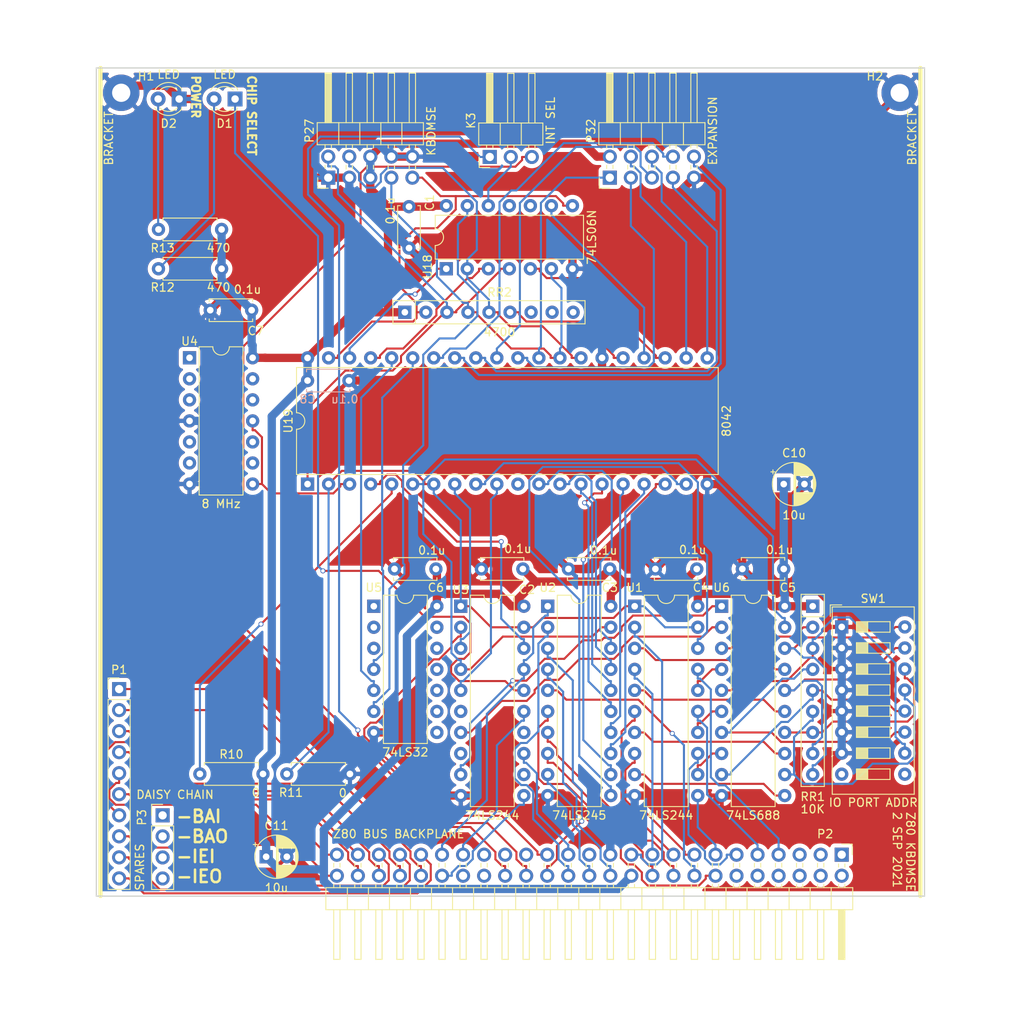
<source format=kicad_pcb>
(kicad_pcb (version 20171130) (host pcbnew "(5.1.10)-1")
  (layers (0 F.Cu signal) (31 B.Cu signal) (34 B.Paste user) (35 F.Paste user) (36 B.SilkS user) (37 F.SilkS user) (38 B.Mask user) (39 F.Mask user) (44 Edge.Cuts user))
  (net 0 "")
  (net 1 VCC)
  (net 2 GND)
  (net 3 /A7)
  (net 4 /A6)
  (net 5 /A5)
  (net 6 /D4)
  (net 7 /A4)
  (net 8 /D3)
  (net 9 /A3)
  (net 10 /D5)
  (net 11 /A2)
  (net 12 /D6)
  (net 13 /A1)
  (net 14 /A0)
  (net 15 /D2)
  (net 16 /D7)
  (net 17 /D0)
  (net 18 /D1)
  (net 19 /SPARE9)
  (net 20 /SPARE0)
  (net 21 /SPARE8)
  (net 22 /SPARE1)
  (net 23 /SPARE7)
  (net 24 /SPARE2)
  (net 25 /SPARE6)
  (net 26 /SPARE3)
  (net 27 /SPARE5)
  (net 28 /SPARE4)
  (net 29 /M1#)
  (net 30 /RESET#)
  (net 31 /WR#)
  (net 32 /RD#)
  (net 33 /IORQ#)
  (net 34 /bM1#)
  (net 35 /bA7)
  (net 36 /bA6)
  (net 37 /bA5)
  (net 38 /bA4)
  (net 39 /bA3)
  (net 40 /bA2)
  (net 41 /bA1)
  (net 42 /bA0)
  (net 43 "Net-(RR1-Pad2)")
  (net 44 "Net-(RR1-Pad3)")
  (net 45 "Net-(RR1-Pad4)")
  (net 46 "Net-(RR1-Pad5)")
  (net 47 "Net-(RR1-Pad6)")
  (net 48 "Net-(RR1-Pad7)")
  (net 49 "Net-(RR1-Pad8)")
  (net 50 "Net-(RR1-Pad9)")
  (net 51 /bD5)
  (net 52 /bD4)
  (net 53 /bD3)
  (net 54 /bD2)
  (net 55 /bD1)
  (net 56 /bD0)
  (net 57 /bRESET#)
  (net 58 /bWR#)
  (net 59 /bD7)
  (net 60 /bD6)
  (net 61 /bRD#)
  (net 62 /INT#)
  (net 63 /INT)
  (net 64 "Net-(D1-Pad2)")
  (net 65 /688SEL#)
  (net 66 "Net-(D1-Pad1)")
  (net 67 "Net-(D2-Pad2)")
  (net 68 /NMI#)
  (net 69 "Net-(K3-Pad2)")
  (net 70 /KBDCLK)
  (net 71 /KBDDAT)
  (net 72 /MSEDAT)
  (net 73 /MSECLK)
  (net 74 /P12)
  (net 75 /P13)
  (net 76 /P21)
  (net 77 /P14)
  (net 78 /P20)
  (net 79 /P15)
  (net 80 /P17)
  (net 81 /P16)
  (net 82 /ONE)
  (net 83 /ZERO)
  (net 84 /PROG)
  (net 85 /CS_KM#)
  (net 86 "Net-(U19-Pad3)")
  (net 87 "Net-(U18-Pad5)")
  (net 88 "Net-(U18-Pad3)")
  (net 89 "Net-(U18-Pad9)")
  (net 90 "Net-(U18-Pad1)")
  (net 91 /P24-OB)
  (net 92 /P25-BF)
  (module LED_THT:LED_D3.0mm (layer F.Cu) (at 55 49.75 180)
    (fp_text reference D2 (at 1.27 -2.96) (layer F.SilkS))
    (fp_text value LED (at 1.27 2.96) (layer F.SilkS))
    (pad 2 thru_hole circle (at 2.54 0 180) (size 1.8 1.8) (drill 0.9) (layers *.Cu *.Mask) (net 67 "Net-(D2-Pad2)"))
    (pad 1 thru_hole rect (at 0 0 180) (size 1.8 1.8) (drill 0.9) (layers *.Cu *.Mask) (net 2 GND))
  )
  (module LED_THT:LED_D3.0mm (layer F.Cu) (at 61.75 49.75 180)
    (fp_text reference D1 (at 1.27 -2.96) (layer F.SilkS))
    (fp_text value LED (at 1.27 2.96) (layer F.SilkS))
    (pad 2 thru_hole circle (at 2.54 0 180) (size 1.8 1.8) (drill 0.9) (layers *.Cu *.Mask) (net 64 "Net-(D1-Pad2)"))
    (pad 1 thru_hole rect (at 0 0 180) (size 1.8 1.8) (drill 0.9) (layers *.Cu *.Mask) (net 66 "Net-(D1-Pad1)"))
  )
  (module Resistor_THT:R_Array_SIP9 (layer F.Cu) (at 82.25 75.5)
    (fp_text reference RR2 (at 11.43 -2.4) (layer F.SilkS))
    (fp_text value 4700 (at 11.43 2.4) (layer F.SilkS))
    (pad 9 thru_hole oval (at 20.32 0) (size 1.6 1.6) (drill 0.8) (layers *.Cu *.Mask))
    (pad 8 thru_hole oval (at 17.78 0) (size 1.6 1.6) (drill 0.8) (layers *.Cu *.Mask))
    (pad 7 thru_hole oval (at 15.24 0) (size 1.6 1.6) (drill 0.8) (layers *.Cu *.Mask))
    (pad 6 thru_hole oval (at 12.7 0) (size 1.6 1.6) (drill 0.8) (layers *.Cu *.Mask) (net 84 /PROG))
    (pad 5 thru_hole oval (at 10.16 0) (size 1.6 1.6) (drill 0.8) (layers *.Cu *.Mask) (net 71 /KBDDAT))
    (pad 4 thru_hole oval (at 7.62 0) (size 1.6 1.6) (drill 0.8) (layers *.Cu *.Mask) (net 72 /MSEDAT))
    (pad 3 thru_hole oval (at 5.08 0) (size 1.6 1.6) (drill 0.8) (layers *.Cu *.Mask) (net 70 /KBDCLK))
    (pad 2 thru_hole oval (at 2.54 0) (size 1.6 1.6) (drill 0.8) (layers *.Cu *.Mask) (net 73 /MSECLK))
    (pad 1 thru_hole rect (at 0 0) (size 1.6 1.6) (drill 0.8) (layers *.Cu *.Mask) (net 1 VCC))
  )
  (module Connector_PinHeader_2.54mm:PinHeader_1x03_P2.54mm_Horizontal (layer F.Cu) (at 92.5 56.75 90)
    (fp_text reference K3 (at 4.385 -2.27 90) (layer F.SilkS))
    (fp_text value "INT SEL" (at 4.385 7.35 90) (layer F.SilkS))
    (pad 3 thru_hole oval (at 0 5.08 90) (size 1.7 1.7) (drill 1) (layers *.Cu *.Mask) (net 68 /NMI#))
    (pad 2 thru_hole oval (at 0 2.54 90) (size 1.7 1.7) (drill 1) (layers *.Cu *.Mask) (net 69 "Net-(K3-Pad2)"))
    (pad 1 thru_hole rect (at 0 0 90) (size 1.7 1.7) (drill 1) (layers *.Cu *.Mask) (net 62 /INT#))
  )
  (module MountingHole:MountingHole_2.2mm_M2_Pad (layer F.Cu) (at 142 49)
    (fp_text reference H2 (at -3 -2) (layer F.SilkS))
    (fp_text value BRACKET (at 1.5 5.5 90) (layer F.SilkS))
    (pad 1 thru_hole circle (at 0 0) (size 4.4 4.4) (drill 2.2) (layers *.Cu *.Mask) (net 2 GND))
  )
  (module MountingHole:MountingHole_2.2mm_M2_Pad (layer F.Cu) (at 48 49)
    (fp_text reference H1 (at 3 -2) (layer F.SilkS))
    (fp_text value BRACKET (at -1.5 5.5 90) (layer F.SilkS))
    (pad 1 thru_hole circle (at 0 0) (size 4.4 4.4) (drill 2.2) (layers *.Cu *.Mask) (net 2 GND))
  )
  (module Capacitor_THT:C_Disc_D5.0mm_W2.5mm_P5.00mm (layer F.Cu) (at 96.5 106.5 180)
    (fp_text reference C2 (at -0.5 -2.5 180) (layer F.SilkS))
    (fp_text value 0.1u (at 0.61 2.44 180) (layer F.SilkS))
    (pad 2 thru_hole circle (at 5 0 180) (size 1.6 1.6) (drill 0.8) (layers *.Cu *.Mask) (net 2 GND))
    (pad 1 thru_hole circle (at 0 0 180) (size 1.6 1.6) (drill 0.8) (layers *.Cu *.Mask) (net 1 VCC))
  )
  (module Capacitor_THT:C_Disc_D5.0mm_W2.5mm_P5.00mm (layer F.Cu) (at 128 106.5 180)
    (fp_text reference C5 (at -0.5 -2.25 180) (layer F.SilkS))
    (fp_text value 0.1u (at 0.5 2.31 180) (layer F.SilkS))
    (pad 1 thru_hole circle (at 0 0 180) (size 1.6 1.6) (drill 0.8) (layers *.Cu *.Mask) (net 1 VCC))
    (pad 2 thru_hole circle (at 5 0 180) (size 1.6 1.6) (drill 0.8) (layers *.Cu *.Mask) (net 2 GND))
  )
  (module Capacitor_THT:C_Disc_D5.0mm_W2.5mm_P5.00mm (layer F.Cu) (at 107 106.5 180)
    (fp_text reference C3 (at 0 -2.25 180) (layer F.SilkS))
    (fp_text value 0.1u (at 0.75 2.25 180) (layer F.SilkS))
    (pad 1 thru_hole circle (at 0 0 180) (size 1.6 1.6) (drill 0.8) (layers *.Cu *.Mask) (net 1 VCC))
    (pad 2 thru_hole circle (at 5 0 180) (size 1.6 1.6) (drill 0.8) (layers *.Cu *.Mask) (net 2 GND))
  )
  (module Capacitor_THT:C_Disc_D5.0mm_W2.5mm_P5.00mm (layer F.Cu) (at 117.5 106.5 180)
    (fp_text reference C4 (at -0.5 -2.25 180) (layer F.SilkS))
    (fp_text value 0.1u (at 0.5 2.31 180) (layer F.SilkS))
    (pad 2 thru_hole circle (at 5 0 180) (size 1.6 1.6) (drill 0.8) (layers *.Cu *.Mask) (net 2 GND))
    (pad 1 thru_hole circle (at 0 0 180) (size 1.6 1.6) (drill 0.8) (layers *.Cu *.Mask) (net 1 VCC))
  )
  (module Capacitor_THT:C_Disc_D5.0mm_W2.5mm_P5.00mm (layer F.Cu) (at 82.75 62.75 270)
    (fp_text reference C1 (at -0.5 -2.5 270) (layer F.SilkS))
    (fp_text value 0.1u (at 0.5 2.25 270) (layer F.SilkS))
    (pad 2 thru_hole circle (at 5 0 270) (size 1.6 1.6) (drill 0.8) (layers *.Cu *.Mask) (net 2 GND))
    (pad 1 thru_hole circle (at 0 0 270) (size 1.6 1.6) (drill 0.8) (layers *.Cu *.Mask) (net 1 VCC))
  )
  (module Capacitor_THT:C_Disc_D5.0mm_W2.5mm_P5.00mm (layer F.Cu) (at 86 106.5 180)
    (fp_text reference C6 (at 0 -2.25) (layer F.SilkS))
    (fp_text value 0.1u (at 0.5 2.25) (layer F.SilkS))
    (pad 1 thru_hole circle (at 0 0 180) (size 1.6 1.6) (drill 0.8) (layers *.Cu *.Mask) (net 1 VCC))
    (pad 2 thru_hole circle (at 5 0 180) (size 1.6 1.6) (drill 0.8) (layers *.Cu *.Mask) (net 2 GND))
  )
  (module Capacitor_THT:C_Disc_D5.0mm_W2.5mm_P5.00mm (layer F.Cu) (at 63.75 75.25 180)
    (fp_text reference C7 (at -0.5 -2.5) (layer F.SilkS))
    (fp_text value 0.1u (at 0.5 2.5) (layer F.SilkS))
    (pad 2 thru_hole circle (at 5 0 180) (size 1.6 1.6) (drill 0.8) (layers *.Cu *.Mask) (net 2 GND))
    (pad 1 thru_hole circle (at 0 0 180) (size 1.6 1.6) (drill 0.8) (layers *.Cu *.Mask) (net 1 VCC))
  )
  (module Capacitor_THT:C_Disc_D5.0mm_W2.5mm_P5.00mm (layer B.Cu) (at 70.5 83.75)
    (fp_text reference C8 (at 0 2.25 180) (layer B.SilkS) (effects (justify mirror)))
    (fp_text value 0.1u (at 4.5 2.25 180) (layer B.SilkS) (effects (justify mirror)))
    (pad 1 thru_hole circle (at 0 0) (size 1.6 1.6) (drill 0.8) (layers *.Cu *.Mask) (net 1 VCC))
    (pad 2 thru_hole circle (at 5 0) (size 1.6 1.6) (drill 0.8) (layers *.Cu *.Mask) (net 2 GND))
  )
  (module Capacitor_THT:CP_Radial_D5.0mm_P2.50mm (layer F.Cu) (at 65.5 141.25)
    (fp_text reference C11 (at 1.25 -3.75) (layer F.SilkS))
    (fp_text value 10u (at 1.25 3.75) (layer F.SilkS))
    (pad 1 thru_hole rect (at 0 0) (size 1.6 1.6) (drill 0.8) (layers *.Cu *.Mask) (net 1 VCC))
    (pad 2 thru_hole circle (at 2.5 0) (size 1.6 1.6) (drill 0.8) (layers *.Cu *.Mask) (net 2 GND))
  )
  (module Capacitor_THT:CP_Radial_D5.0mm_P2.50mm (layer F.Cu) (at 128 96.25)
    (fp_text reference C10 (at 1.25 -3.75) (layer F.SilkS))
    (fp_text value 10u (at 1.25 3.75) (layer F.SilkS))
    (pad 1 thru_hole rect (at 0 0) (size 1.6 1.6) (drill 0.8) (layers *.Cu *.Mask) (net 1 VCC))
    (pad 2 thru_hole circle (at 2.5 0) (size 1.6 1.6) (drill 0.8) (layers *.Cu *.Mask) (net 2 GND))
  )
  (module Connector_PinHeader_2.54mm:PinHeader_1x10_P2.54mm_Vertical (layer F.Cu) (at 47.75 121)
    (fp_text reference P1 (at 0 -2.33) (layer F.SilkS))
    (fp_text value SPARES (at 2.5 21.5 90) (layer F.SilkS))
    (pad 1 thru_hole rect (at 0 0) (size 1.7 1.7) (drill 1) (layers *.Cu *.Mask) (net 20 /SPARE0))
    (pad 2 thru_hole oval (at 0 2.54) (size 1.7 1.7) (drill 1) (layers *.Cu *.Mask) (net 22 /SPARE1))
    (pad 3 thru_hole oval (at 0 5.08) (size 1.7 1.7) (drill 1) (layers *.Cu *.Mask) (net 24 /SPARE2))
    (pad 4 thru_hole oval (at 0 7.62) (size 1.7 1.7) (drill 1) (layers *.Cu *.Mask) (net 26 /SPARE3))
    (pad 5 thru_hole oval (at 0 10.16) (size 1.7 1.7) (drill 1) (layers *.Cu *.Mask) (net 28 /SPARE4))
    (pad 6 thru_hole oval (at 0 12.7) (size 1.7 1.7) (drill 1) (layers *.Cu *.Mask) (net 27 /SPARE5))
    (pad 7 thru_hole oval (at 0 15.24) (size 1.7 1.7) (drill 1) (layers *.Cu *.Mask) (net 25 /SPARE6))
    (pad 8 thru_hole oval (at 0 17.78) (size 1.7 1.7) (drill 1) (layers *.Cu *.Mask) (net 23 /SPARE7))
    (pad 9 thru_hole oval (at 0 20.32) (size 1.7 1.7) (drill 1) (layers *.Cu *.Mask) (net 21 /SPARE8))
    (pad 10 thru_hole oval (at 0 22.86) (size 1.7 1.7) (drill 1) (layers *.Cu *.Mask) (net 19 /SPARE9))
  )
  (module Connector_PinHeader_2.54mm:PinHeader_2x25_P2.54mm_Horizontal (layer F.Cu) (at 135 141 270)
    (fp_text reference P2 (at -2.5 2 180) (layer F.SilkS))
    (fp_text value "Z80 BUS BACKPLANE" (at -2.5 53.5 180) (layer F.SilkS))
    (pad 1 thru_hole rect (at 0 0 270) (size 1.7 1.7) (drill 1) (layers *.Cu *.Mask))
    (pad 2 thru_hole oval (at 2.54 0 270) (size 1.7 1.7) (drill 1) (layers *.Cu *.Mask))
    (pad 3 thru_hole oval (at 0 2.54 270) (size 1.7 1.7) (drill 1) (layers *.Cu *.Mask))
    (pad 4 thru_hole oval (at 2.54 2.54 270) (size 1.7 1.7) (drill 1) (layers *.Cu *.Mask))
    (pad 5 thru_hole oval (at 0 5.08 270) (size 1.7 1.7) (drill 1) (layers *.Cu *.Mask))
    (pad 6 thru_hole oval (at 2.54 5.08 270) (size 1.7 1.7) (drill 1) (layers *.Cu *.Mask))
    (pad 7 thru_hole oval (at 0 7.62 270) (size 1.7 1.7) (drill 1) (layers *.Cu *.Mask) (net 3 /A7))
    (pad 8 thru_hole oval (at 2.54 7.62 270) (size 1.7 1.7) (drill 1) (layers *.Cu *.Mask))
    (pad 9 thru_hole oval (at 0 10.16 270) (size 1.7 1.7) (drill 1) (layers *.Cu *.Mask) (net 4 /A6))
    (pad 10 thru_hole oval (at 2.54 10.16 270) (size 1.7 1.7) (drill 1) (layers *.Cu *.Mask))
    (pad 11 thru_hole oval (at 0 12.7 270) (size 1.7 1.7) (drill 1) (layers *.Cu *.Mask) (net 5 /A5))
    (pad 12 thru_hole oval (at 2.54 12.7 270) (size 1.7 1.7) (drill 1) (layers *.Cu *.Mask))
    (pad 13 thru_hole oval (at 0 15.24 270) (size 1.7 1.7) (drill 1) (layers *.Cu *.Mask) (net 7 /A4))
    (pad 14 thru_hole oval (at 2.54 15.24 270) (size 1.7 1.7) (drill 1) (layers *.Cu *.Mask) (net 6 /D4))
    (pad 15 thru_hole oval (at 0 17.78 270) (size 1.7 1.7) (drill 1) (layers *.Cu *.Mask) (net 9 /A3))
    (pad 16 thru_hole oval (at 2.54 17.78 270) (size 1.7 1.7) (drill 1) (layers *.Cu *.Mask) (net 8 /D3))
    (pad 17 thru_hole oval (at 0 20.32 270) (size 1.7 1.7) (drill 1) (layers *.Cu *.Mask) (net 11 /A2))
    (pad 18 thru_hole oval (at 2.54 20.32 270) (size 1.7 1.7) (drill 1) (layers *.Cu *.Mask) (net 10 /D5))
    (pad 19 thru_hole oval (at 0 22.86 270) (size 1.7 1.7) (drill 1) (layers *.Cu *.Mask) (net 13 /A1))
    (pad 20 thru_hole oval (at 2.54 22.86 270) (size 1.7 1.7) (drill 1) (layers *.Cu *.Mask) (net 12 /D6))
    (pad 21 thru_hole oval (at 0 25.4 270) (size 1.7 1.7) (drill 1) (layers *.Cu *.Mask) (net 14 /A0))
    (pad 22 thru_hole oval (at 2.54 25.4 270) (size 1.7 1.7) (drill 1) (layers *.Cu *.Mask) (net 1 VCC))
    (pad 23 thru_hole oval (at 0 27.94 270) (size 1.7 1.7) (drill 1) (layers *.Cu *.Mask) (net 2 GND))
    (pad 24 thru_hole oval (at 2.54 27.94 270) (size 1.7 1.7) (drill 1) (layers *.Cu *.Mask) (net 15 /D2))
    (pad 25 thru_hole oval (at 0 30.48 270) (size 1.7 1.7) (drill 1) (layers *.Cu *.Mask))
    (pad 26 thru_hole oval (at 2.54 30.48 270) (size 1.7 1.7) (drill 1) (layers *.Cu *.Mask) (net 16 /D7))
    (pad 27 thru_hole oval (at 0 33.02 270) (size 1.7 1.7) (drill 1) (layers *.Cu *.Mask) (net 29 /M1#))
    (pad 28 thru_hole oval (at 2.54 33.02 270) (size 1.7 1.7) (drill 1) (layers *.Cu *.Mask) (net 17 /D0))
    (pad 29 thru_hole oval (at 0 35.56 270) (size 1.7 1.7) (drill 1) (layers *.Cu *.Mask) (net 30 /RESET#))
    (pad 30 thru_hole oval (at 2.54 35.56 270) (size 1.7 1.7) (drill 1) (layers *.Cu *.Mask) (net 18 /D1))
    (pad 31 thru_hole oval (at 0 38.1 270) (size 1.7 1.7) (drill 1) (layers *.Cu *.Mask))
    (pad 32 thru_hole oval (at 2.54 38.1 270) (size 1.7 1.7) (drill 1) (layers *.Cu *.Mask) (net 62 /INT#))
    (pad 33 thru_hole oval (at 0 40.64 270) (size 1.7 1.7) (drill 1) (layers *.Cu *.Mask))
    (pad 34 thru_hole oval (at 2.54 40.64 270) (size 1.7 1.7) (drill 1) (layers *.Cu *.Mask) (net 68 /NMI#))
    (pad 35 thru_hole oval (at 0 43.18 270) (size 1.7 1.7) (drill 1) (layers *.Cu *.Mask))
    (pad 36 thru_hole oval (at 2.54 43.18 270) (size 1.7 1.7) (drill 1) (layers *.Cu *.Mask))
    (pad 37 thru_hole oval (at 0 45.72 270) (size 1.7 1.7) (drill 1) (layers *.Cu *.Mask) (net 31 /WR#))
    (pad 38 thru_hole oval (at 2.54 45.72 270) (size 1.7 1.7) (drill 1) (layers *.Cu *.Mask))
    (pad 39 thru_hole oval (at 0 48.26 270) (size 1.7 1.7) (drill 1) (layers *.Cu *.Mask) (net 32 /RD#))
    (pad 40 thru_hole oval (at 2.54 48.26 270) (size 1.7 1.7) (drill 1) (layers *.Cu *.Mask) (net 33 /IORQ#))
    (pad 41 thru_hole oval (at 0 50.8 270) (size 1.7 1.7) (drill 1) (layers *.Cu *.Mask) (net 19 /SPARE9))
    (pad 42 thru_hole oval (at 2.54 50.8 270) (size 1.7 1.7) (drill 1) (layers *.Cu *.Mask) (net 20 /SPARE0))
    (pad 43 thru_hole oval (at 0 53.34 270) (size 1.7 1.7) (drill 1) (layers *.Cu *.Mask) (net 21 /SPARE8))
    (pad 44 thru_hole oval (at 2.54 53.34 270) (size 1.7 1.7) (drill 1) (layers *.Cu *.Mask) (net 22 /SPARE1))
    (pad 45 thru_hole oval (at 0 55.88 270) (size 1.7 1.7) (drill 1) (layers *.Cu *.Mask) (net 23 /SPARE7))
    (pad 46 thru_hole oval (at 2.54 55.88 270) (size 1.7 1.7) (drill 1) (layers *.Cu *.Mask) (net 24 /SPARE2))
    (pad 47 thru_hole oval (at 0 58.42 270) (size 1.7 1.7) (drill 1) (layers *.Cu *.Mask) (net 25 /SPARE6))
    (pad 48 thru_hole oval (at 2.54 58.42 270) (size 1.7 1.7) (drill 1) (layers *.Cu *.Mask) (net 26 /SPARE3))
    (pad 49 thru_hole oval (at 0 60.96 270) (size 1.7 1.7) (drill 1) (layers *.Cu *.Mask) (net 27 /SPARE5))
    (pad 50 thru_hole oval (at 2.54 60.96 270) (size 1.7 1.7) (drill 1) (layers *.Cu *.Mask) (net 28 /SPARE4))
  )
  (module Connector_PinHeader_2.54mm:PinHeader_1x04_P2.54mm_Vertical (layer F.Cu) (at 53 136.25)
    (fp_text reference P3 (at -2.5 0.25 90) (layer F.SilkS))
    (fp_text value "DAISY CHAIN" (at 1.5 -2.5) (layer F.SilkS))
    (pad 1 thru_hole rect (at 0 0) (size 1.7 1.7) (drill 1) (layers *.Cu *.Mask))
    (pad 2 thru_hole oval (at 0 2.54) (size 1.7 1.7) (drill 1) (layers *.Cu *.Mask))
    (pad 3 thru_hole oval (at 0 5.08) (size 1.7 1.7) (drill 1) (layers *.Cu *.Mask))
    (pad 4 thru_hole oval (at 0 7.62) (size 1.7 1.7) (drill 1) (layers *.Cu *.Mask))
  )
  (module Connector_PinHeader_2.54mm:PinHeader_2x05_P2.54mm_Horizontal (layer F.Cu) (at 73 59.25 90)
    (fp_text reference P27 (at 5.655 -2.27 90) (layer F.SilkS))
    (fp_text value KBDMSE (at 5.655 12.43 90) (layer F.SilkS))
    (pad 1 thru_hole rect (at 0 0 90) (size 1.7 1.7) (drill 1) (layers *.Cu *.Mask) (net 2 GND))
    (pad 2 thru_hole oval (at 2.54 0 90) (size 1.7 1.7) (drill 1) (layers *.Cu *.Mask) (net 70 /KBDCLK))
    (pad 3 thru_hole oval (at 0 2.54 90) (size 1.7 1.7) (drill 1) (layers *.Cu *.Mask) (net 2 GND))
    (pad 4 thru_hole oval (at 2.54 2.54 90) (size 1.7 1.7) (drill 1) (layers *.Cu *.Mask) (net 71 /KBDDAT))
    (pad 5 thru_hole oval (at 0 5.08 90) (size 1.7 1.7) (drill 1) (layers *.Cu *.Mask) (net 1 VCC))
    (pad 6 thru_hole oval (at 2.54 5.08 90) (size 1.7 1.7) (drill 1) (layers *.Cu *.Mask) (net 1 VCC))
    (pad 7 thru_hole oval (at 0 7.62 90) (size 1.7 1.7) (drill 1) (layers *.Cu *.Mask) (net 72 /MSEDAT))
    (pad 8 thru_hole oval (at 2.54 7.62 90) (size 1.7 1.7) (drill 1) (layers *.Cu *.Mask) (net 2 GND))
    (pad 9 thru_hole oval (at 0 10.16 90) (size 1.7 1.7) (drill 1) (layers *.Cu *.Mask) (net 73 /MSECLK))
    (pad 10 thru_hole oval (at 2.54 10.16 90) (size 1.7 1.7) (drill 1) (layers *.Cu *.Mask) (net 2 GND))
  )
  (module Resistor_THT:R_Axial_DIN0207_L6.3mm_D2.5mm_P7.62mm_Horizontal (layer F.Cu) (at 57.5 131.25)
    (fp_text reference R10 (at 3.81 -2.37) (layer F.SilkS))
    (fp_text value 0 (at 6.75 2.25) (layer F.SilkS))
    (pad 1 thru_hole circle (at 0 0) (size 1.6 1.6) (drill 0.8) (layers *.Cu *.Mask) (net 82 /ONE))
    (pad 2 thru_hole oval (at 7.62 0) (size 1.6 1.6) (drill 0.8) (layers *.Cu *.Mask) (net 1 VCC))
  )
  (module Resistor_THT:R_Axial_DIN0207_L6.3mm_D2.5mm_P7.62mm_Horizontal (layer F.Cu) (at 68 131.25)
    (fp_text reference R11 (at 0.5 2.25) (layer F.SilkS))
    (fp_text value 0 (at 6.75 2.31) (layer F.SilkS))
    (pad 2 thru_hole oval (at 7.62 0) (size 1.6 1.6) (drill 0.8) (layers *.Cu *.Mask) (net 2 GND))
    (pad 1 thru_hole circle (at 0 0) (size 1.6 1.6) (drill 0.8) (layers *.Cu *.Mask) (net 83 /ZERO))
  )
  (module Resistor_THT:R_Axial_DIN0207_L6.3mm_D2.5mm_P7.62mm_Horizontal (layer F.Cu) (at 52.5 70.25)
    (fp_text reference R12 (at 0.5 2.25) (layer F.SilkS))
    (fp_text value 470 (at 7.25 2.25) (layer F.SilkS))
    (pad 1 thru_hole circle (at 0 0) (size 1.6 1.6) (drill 0.8) (layers *.Cu *.Mask) (net 64 "Net-(D1-Pad2)"))
    (pad 2 thru_hole oval (at 7.62 0) (size 1.6 1.6) (drill 0.8) (layers *.Cu *.Mask) (net 1 VCC))
  )
  (module Resistor_THT:R_Axial_DIN0207_L6.3mm_D2.5mm_P7.62mm_Horizontal (layer F.Cu) (at 52.5 65.5)
    (fp_text reference R13 (at 0.5 2.25) (layer F.SilkS))
    (fp_text value 470 (at 7.25 2.25) (layer F.SilkS))
    (pad 2 thru_hole oval (at 7.62 0) (size 1.6 1.6) (drill 0.8) (layers *.Cu *.Mask) (net 1 VCC))
    (pad 1 thru_hole circle (at 0 0) (size 1.6 1.6) (drill 0.8) (layers *.Cu *.Mask) (net 67 "Net-(D2-Pad2)"))
  )
  (module Resistor_THT:R_Array_SIP9 (layer F.Cu) (at 131.5 111 270)
    (fp_text reference RR1 (at 23 0 180) (layer F.SilkS))
    (fp_text value 10K (at 24.5 0 180) (layer F.SilkS))
    (pad 1 thru_hole rect (at 0 0 270) (size 1.6 1.6) (drill 0.8) (layers *.Cu *.Mask) (net 1 VCC))
    (pad 2 thru_hole oval (at 2.54 0 270) (size 1.6 1.6) (drill 0.8) (layers *.Cu *.Mask) (net 43 "Net-(RR1-Pad2)"))
    (pad 3 thru_hole oval (at 5.08 0 270) (size 1.6 1.6) (drill 0.8) (layers *.Cu *.Mask) (net 44 "Net-(RR1-Pad3)"))
    (pad 4 thru_hole oval (at 7.62 0 270) (size 1.6 1.6) (drill 0.8) (layers *.Cu *.Mask) (net 45 "Net-(RR1-Pad4)"))
    (pad 5 thru_hole oval (at 10.16 0 270) (size 1.6 1.6) (drill 0.8) (layers *.Cu *.Mask) (net 46 "Net-(RR1-Pad5)"))
    (pad 6 thru_hole oval (at 12.7 0 270) (size 1.6 1.6) (drill 0.8) (layers *.Cu *.Mask) (net 47 "Net-(RR1-Pad6)"))
    (pad 7 thru_hole oval (at 15.24 0 270) (size 1.6 1.6) (drill 0.8) (layers *.Cu *.Mask) (net 48 "Net-(RR1-Pad7)"))
    (pad 8 thru_hole oval (at 17.78 0 270) (size 1.6 1.6) (drill 0.8) (layers *.Cu *.Mask) (net 49 "Net-(RR1-Pad8)"))
    (pad 9 thru_hole oval (at 20.32 0 270) (size 1.6 1.6) (drill 0.8) (layers *.Cu *.Mask) (net 50 "Net-(RR1-Pad9)"))
  )
  (module Button_Switch_THT:SW_DIP_SPSTx08_Slide_9.78x22.5mm_W7.62mm_P2.54mm (layer F.Cu) (at 135 113.5)
    (fp_text reference SW1 (at 3.81 -3.42) (layer F.SilkS))
    (fp_text value "IO PORT ADDR" (at 3.81 21.2) (layer F.SilkS))
    (pad 1 thru_hole rect (at 0 0) (size 1.6 1.6) (drill 0.8) (layers *.Cu *.Mask) (net 2 GND))
    (pad 9 thru_hole oval (at 7.62 17.78) (size 1.6 1.6) (drill 0.8) (layers *.Cu *.Mask))
    (pad 2 thru_hole oval (at 0 2.54) (size 1.6 1.6) (drill 0.8) (layers *.Cu *.Mask) (net 2 GND))
    (pad 10 thru_hole oval (at 7.62 15.24) (size 1.6 1.6) (drill 0.8) (layers *.Cu *.Mask) (net 44 "Net-(RR1-Pad3)"))
    (pad 3 thru_hole oval (at 0 5.08) (size 1.6 1.6) (drill 0.8) (layers *.Cu *.Mask) (net 2 GND))
    (pad 11 thru_hole oval (at 7.62 12.7) (size 1.6 1.6) (drill 0.8) (layers *.Cu *.Mask) (net 45 "Net-(RR1-Pad4)"))
    (pad 4 thru_hole oval (at 0 7.62) (size 1.6 1.6) (drill 0.8) (layers *.Cu *.Mask) (net 2 GND))
    (pad 12 thru_hole oval (at 7.62 10.16) (size 1.6 1.6) (drill 0.8) (layers *.Cu *.Mask) (net 46 "Net-(RR1-Pad5)"))
    (pad 5 thru_hole oval (at 0 10.16) (size 1.6 1.6) (drill 0.8) (layers *.Cu *.Mask) (net 2 GND))
    (pad 13 thru_hole oval (at 7.62 7.62) (size 1.6 1.6) (drill 0.8) (layers *.Cu *.Mask) (net 47 "Net-(RR1-Pad6)"))
    (pad 6 thru_hole oval (at 0 12.7) (size 1.6 1.6) (drill 0.8) (layers *.Cu *.Mask) (net 2 GND))
    (pad 14 thru_hole oval (at 7.62 5.08) (size 1.6 1.6) (drill 0.8) (layers *.Cu *.Mask) (net 48 "Net-(RR1-Pad7)"))
    (pad 7 thru_hole oval (at 0 15.24) (size 1.6 1.6) (drill 0.8) (layers *.Cu *.Mask) (net 2 GND))
    (pad 15 thru_hole oval (at 7.62 2.54) (size 1.6 1.6) (drill 0.8) (layers *.Cu *.Mask) (net 49 "Net-(RR1-Pad8)"))
    (pad 8 thru_hole oval (at 0 17.78) (size 1.6 1.6) (drill 0.8) (layers *.Cu *.Mask))
    (pad 16 thru_hole oval (at 7.62 0) (size 1.6 1.6) (drill 0.8) (layers *.Cu *.Mask) (net 50 "Net-(RR1-Pad9)"))
  )
  (module Package_DIP:DIP-20_W7.62mm (layer F.Cu) (at 110 111)
    (fp_text reference U1 (at 0 -2.25) (layer F.SilkS))
    (fp_text value 74LS244 (at 3.81 25.25) (layer F.SilkS))
    (pad 1 thru_hole rect (at 0 0) (size 1.6 1.6) (drill 0.8) (layers *.Cu *.Mask) (net 83 /ZERO))
    (pad 11 thru_hole oval (at 7.62 22.86) (size 1.6 1.6) (drill 0.8) (layers *.Cu *.Mask) (net 7 /A4))
    (pad 2 thru_hole oval (at 0 2.54) (size 1.6 1.6) (drill 0.8) (layers *.Cu *.Mask) (net 14 /A0))
    (pad 12 thru_hole oval (at 7.62 20.32) (size 1.6 1.6) (drill 0.8) (layers *.Cu *.Mask) (net 39 /bA3))
    (pad 3 thru_hole oval (at 0 5.08) (size 1.6 1.6) (drill 0.8) (layers *.Cu *.Mask) (net 35 /bA7))
    (pad 13 thru_hole oval (at 7.62 17.78) (size 1.6 1.6) (drill 0.8) (layers *.Cu *.Mask) (net 5 /A5))
    (pad 4 thru_hole oval (at 0 7.62) (size 1.6 1.6) (drill 0.8) (layers *.Cu *.Mask) (net 13 /A1))
    (pad 14 thru_hole oval (at 7.62 15.24) (size 1.6 1.6) (drill 0.8) (layers *.Cu *.Mask) (net 40 /bA2))
    (pad 5 thru_hole oval (at 0 10.16) (size 1.6 1.6) (drill 0.8) (layers *.Cu *.Mask) (net 36 /bA6))
    (pad 15 thru_hole oval (at 7.62 12.7) (size 1.6 1.6) (drill 0.8) (layers *.Cu *.Mask) (net 4 /A6))
    (pad 6 thru_hole oval (at 0 12.7) (size 1.6 1.6) (drill 0.8) (layers *.Cu *.Mask) (net 11 /A2))
    (pad 16 thru_hole oval (at 7.62 10.16) (size 1.6 1.6) (drill 0.8) (layers *.Cu *.Mask) (net 41 /bA1))
    (pad 7 thru_hole oval (at 0 15.24) (size 1.6 1.6) (drill 0.8) (layers *.Cu *.Mask) (net 37 /bA5))
    (pad 17 thru_hole oval (at 7.62 7.62) (size 1.6 1.6) (drill 0.8) (layers *.Cu *.Mask) (net 3 /A7))
    (pad 8 thru_hole oval (at 0 17.78) (size 1.6 1.6) (drill 0.8) (layers *.Cu *.Mask) (net 9 /A3))
    (pad 18 thru_hole oval (at 7.62 5.08) (size 1.6 1.6) (drill 0.8) (layers *.Cu *.Mask) (net 42 /bA0))
    (pad 9 thru_hole oval (at 0 20.32) (size 1.6 1.6) (drill 0.8) (layers *.Cu *.Mask) (net 38 /bA4))
    (pad 19 thru_hole oval (at 7.62 2.54) (size 1.6 1.6) (drill 0.8) (layers *.Cu *.Mask) (net 83 /ZERO))
    (pad 10 thru_hole oval (at 0 22.86) (size 1.6 1.6) (drill 0.8) (layers *.Cu *.Mask) (net 2 GND))
    (pad 20 thru_hole oval (at 7.62 0) (size 1.6 1.6) (drill 0.8) (layers *.Cu *.Mask) (net 1 VCC))
  )
  (module Package_DIP:DIP-20_W7.62mm (layer F.Cu) (at 99.5 111)
    (fp_text reference U2 (at 0 -2.25) (layer F.SilkS))
    (fp_text value 74LS245 (at 3.81 25.25) (layer F.SilkS))
    (pad 20 thru_hole oval (at 7.62 0) (size 1.6 1.6) (drill 0.8) (layers *.Cu *.Mask) (net 1 VCC))
    (pad 10 thru_hole oval (at 0 22.86) (size 1.6 1.6) (drill 0.8) (layers *.Cu *.Mask) (net 2 GND))
    (pad 19 thru_hole oval (at 7.62 2.54) (size 1.6 1.6) (drill 0.8) (layers *.Cu *.Mask) (net 85 /CS_KM#))
    (pad 9 thru_hole oval (at 0 20.32) (size 1.6 1.6) (drill 0.8) (layers *.Cu *.Mask) (net 16 /D7))
    (pad 18 thru_hole oval (at 7.62 5.08) (size 1.6 1.6) (drill 0.8) (layers *.Cu *.Mask) (net 56 /bD0))
    (pad 8 thru_hole oval (at 0 17.78) (size 1.6 1.6) (drill 0.8) (layers *.Cu *.Mask) (net 12 /D6))
    (pad 17 thru_hole oval (at 7.62 7.62) (size 1.6 1.6) (drill 0.8) (layers *.Cu *.Mask) (net 55 /bD1))
    (pad 7 thru_hole oval (at 0 15.24) (size 1.6 1.6) (drill 0.8) (layers *.Cu *.Mask) (net 10 /D5))
    (pad 16 thru_hole oval (at 7.62 10.16) (size 1.6 1.6) (drill 0.8) (layers *.Cu *.Mask) (net 54 /bD2))
    (pad 6 thru_hole oval (at 0 12.7) (size 1.6 1.6) (drill 0.8) (layers *.Cu *.Mask) (net 6 /D4))
    (pad 15 thru_hole oval (at 7.62 12.7) (size 1.6 1.6) (drill 0.8) (layers *.Cu *.Mask) (net 53 /bD3))
    (pad 5 thru_hole oval (at 0 10.16) (size 1.6 1.6) (drill 0.8) (layers *.Cu *.Mask) (net 8 /D3))
    (pad 14 thru_hole oval (at 7.62 15.24) (size 1.6 1.6) (drill 0.8) (layers *.Cu *.Mask) (net 52 /bD4))
    (pad 4 thru_hole oval (at 0 7.62) (size 1.6 1.6) (drill 0.8) (layers *.Cu *.Mask) (net 15 /D2))
    (pad 13 thru_hole oval (at 7.62 17.78) (size 1.6 1.6) (drill 0.8) (layers *.Cu *.Mask) (net 51 /bD5))
    (pad 3 thru_hole oval (at 0 5.08) (size 1.6 1.6) (drill 0.8) (layers *.Cu *.Mask) (net 18 /D1))
    (pad 12 thru_hole oval (at 7.62 20.32) (size 1.6 1.6) (drill 0.8) (layers *.Cu *.Mask) (net 60 /bD6))
    (pad 2 thru_hole oval (at 0 2.54) (size 1.6 1.6) (drill 0.8) (layers *.Cu *.Mask) (net 17 /D0))
    (pad 11 thru_hole oval (at 7.62 22.86) (size 1.6 1.6) (drill 0.8) (layers *.Cu *.Mask) (net 59 /bD7))
    (pad 1 thru_hole rect (at 0 0) (size 1.6 1.6) (drill 0.8) (layers *.Cu *.Mask) (net 32 /RD#))
  )
  (module Package_DIP:DIP-20_W7.62mm (layer F.Cu) (at 89 111)
    (fp_text reference U3 (at 0 -2) (layer F.SilkS))
    (fp_text value 74LS244 (at 3.81 25.25) (layer F.SilkS))
    (pad 20 thru_hole oval (at 7.62 0) (size 1.6 1.6) (drill 0.8) (layers *.Cu *.Mask) (net 1 VCC))
    (pad 10 thru_hole oval (at 0 22.86) (size 1.6 1.6) (drill 0.8) (layers *.Cu *.Mask) (net 2 GND))
    (pad 19 thru_hole oval (at 7.62 2.54) (size 1.6 1.6) (drill 0.8) (layers *.Cu *.Mask) (net 83 /ZERO))
    (pad 9 thru_hole oval (at 0 20.32) (size 1.6 1.6) (drill 0.8) (layers *.Cu *.Mask) (net 65 /688SEL#))
    (pad 18 thru_hole oval (at 7.62 5.08) (size 1.6 1.6) (drill 0.8) (layers *.Cu *.Mask) (net 57 /bRESET#))
    (pad 8 thru_hole oval (at 0 17.78) (size 1.6 1.6) (drill 0.8) (layers *.Cu *.Mask))
    (pad 17 thru_hole oval (at 7.62 7.62) (size 1.6 1.6) (drill 0.8) (layers *.Cu *.Mask) (net 32 /RD#))
    (pad 7 thru_hole oval (at 0 15.24) (size 1.6 1.6) (drill 0.8) (layers *.Cu *.Mask) (net 34 /bM1#))
    (pad 16 thru_hole oval (at 7.62 10.16) (size 1.6 1.6) (drill 0.8) (layers *.Cu *.Mask) (net 66 "Net-(D1-Pad1)"))
    (pad 6 thru_hole oval (at 0 12.7) (size 1.6 1.6) (drill 0.8) (layers *.Cu *.Mask))
    (pad 15 thru_hole oval (at 7.62 12.7) (size 1.6 1.6) (drill 0.8) (layers *.Cu *.Mask) (net 31 /WR#))
    (pad 5 thru_hole oval (at 0 10.16) (size 1.6 1.6) (drill 0.8) (layers *.Cu *.Mask) (net 58 /bWR#))
    (pad 14 thru_hole oval (at 7.62 15.24) (size 1.6 1.6) (drill 0.8) (layers *.Cu *.Mask))
    (pad 4 thru_hole oval (at 0 7.62) (size 1.6 1.6) (drill 0.8) (layers *.Cu *.Mask) (net 85 /CS_KM#))
    (pad 13 thru_hole oval (at 7.62 17.78) (size 1.6 1.6) (drill 0.8) (layers *.Cu *.Mask) (net 29 /M1#))
    (pad 3 thru_hole oval (at 0 5.08) (size 1.6 1.6) (drill 0.8) (layers *.Cu *.Mask) (net 61 /bRD#))
    (pad 12 thru_hole oval (at 7.62 20.32) (size 1.6 1.6) (drill 0.8) (layers *.Cu *.Mask))
    (pad 2 thru_hole oval (at 0 2.54) (size 1.6 1.6) (drill 0.8) (layers *.Cu *.Mask) (net 30 /RESET#))
    (pad 11 thru_hole oval (at 7.62 22.86) (size 1.6 1.6) (drill 0.8) (layers *.Cu *.Mask) (net 33 /IORQ#))
    (pad 1 thru_hole rect (at 0 0) (size 1.6 1.6) (drill 0.8) (layers *.Cu *.Mask) (net 83 /ZERO))
  )
  (module Package_DIP:DIP-14_W7.62mm (layer F.Cu) (at 56.25 81)
    (fp_text reference U4 (at 0 -2) (layer F.SilkS))
    (fp_text value "8 MHz" (at 3.81 17.63) (layer F.SilkS))
    (pad 1 thru_hole rect (at 0 0) (size 1.6 1.6) (drill 0.8) (layers *.Cu *.Mask))
    (pad 8 thru_hole oval (at 7.62 15.24) (size 1.6 1.6) (drill 0.8) (layers *.Cu *.Mask) (net 86 "Net-(U19-Pad3)"))
    (pad 2 thru_hole oval (at 0 2.54) (size 1.6 1.6) (drill 0.8) (layers *.Cu *.Mask))
    (pad 9 thru_hole oval (at 7.62 12.7) (size 1.6 1.6) (drill 0.8) (layers *.Cu *.Mask))
    (pad 3 thru_hole oval (at 0 5.08) (size 1.6 1.6) (drill 0.8) (layers *.Cu *.Mask))
    (pad 10 thru_hole oval (at 7.62 10.16) (size 1.6 1.6) (drill 0.8) (layers *.Cu *.Mask))
    (pad 4 thru_hole oval (at 0 7.62) (size 1.6 1.6) (drill 0.8) (layers *.Cu *.Mask) (net 2 GND))
    (pad 11 thru_hole oval (at 7.62 7.62) (size 1.6 1.6) (drill 0.8) (layers *.Cu *.Mask) (net 86 "Net-(U19-Pad3)"))
    (pad 5 thru_hole oval (at 0 10.16) (size 1.6 1.6) (drill 0.8) (layers *.Cu *.Mask))
    (pad 12 thru_hole oval (at 7.62 5.08) (size 1.6 1.6) (drill 0.8) (layers *.Cu *.Mask))
    (pad 6 thru_hole oval (at 0 12.7) (size 1.6 1.6) (drill 0.8) (layers *.Cu *.Mask))
    (pad 13 thru_hole oval (at 7.62 2.54) (size 1.6 1.6) (drill 0.8) (layers *.Cu *.Mask))
    (pad 7 thru_hole oval (at 0 15.24) (size 1.6 1.6) (drill 0.8) (layers *.Cu *.Mask) (net 2 GND))
    (pad 14 thru_hole oval (at 7.62 0) (size 1.6 1.6) (drill 0.8) (layers *.Cu *.Mask) (net 1 VCC))
  )
  (module Package_DIP:DIP-14_W7.62mm (layer F.Cu) (at 78.5 111)
    (fp_text reference U5 (at 0 -2.25) (layer F.SilkS))
    (fp_text value 74LS32 (at 3.81 17.63) (layer F.SilkS))
    (pad 1 thru_hole rect (at 0 0) (size 1.6 1.6) (drill 0.8) (layers *.Cu *.Mask))
    (pad 8 thru_hole oval (at 7.62 15.24) (size 1.6 1.6) (drill 0.8) (layers *.Cu *.Mask))
    (pad 2 thru_hole oval (at 0 2.54) (size 1.6 1.6) (drill 0.8) (layers *.Cu *.Mask))
    (pad 9 thru_hole oval (at 7.62 12.7) (size 1.6 1.6) (drill 0.8) (layers *.Cu *.Mask))
    (pad 3 thru_hole oval (at 0 5.08) (size 1.6 1.6) (drill 0.8) (layers *.Cu *.Mask))
    (pad 10 thru_hole oval (at 7.62 10.16) (size 1.6 1.6) (drill 0.8) (layers *.Cu *.Mask))
    (pad 4 thru_hole oval (at 0 7.62) (size 1.6 1.6) (drill 0.8) (layers *.Cu *.Mask) (net 91 /P24-OB))
    (pad 11 thru_hole oval (at 7.62 7.62) (size 1.6 1.6) (drill 0.8) (layers *.Cu *.Mask))
    (pad 5 thru_hole oval (at 0 10.16) (size 1.6 1.6) (drill 0.8) (layers *.Cu *.Mask) (net 92 /P25-BF))
    (pad 12 thru_hole oval (at 7.62 5.08) (size 1.6 1.6) (drill 0.8) (layers *.Cu *.Mask))
    (pad 6 thru_hole oval (at 0 12.7) (size 1.6 1.6) (drill 0.8) (layers *.Cu *.Mask) (net 63 /INT))
    (pad 13 thru_hole oval (at 7.62 2.54) (size 1.6 1.6) (drill 0.8) (layers *.Cu *.Mask))
    (pad 7 thru_hole oval (at 0 15.24) (size 1.6 1.6) (drill 0.8) (layers *.Cu *.Mask) (net 2 GND))
    (pad 14 thru_hole oval (at 7.62 0) (size 1.6 1.6) (drill 0.8) (layers *.Cu *.Mask) (net 1 VCC))
  )
  (module Package_DIP:DIP-20_W7.62mm (layer F.Cu) (at 120.5 111)
    (fp_text reference U6 (at 0 -2.25) (layer F.SilkS))
    (fp_text value 74LS688 (at 3.81 25.25) (layer F.SilkS))
    (pad 20 thru_hole oval (at 7.62 0) (size 1.6 1.6) (drill 0.8) (layers *.Cu *.Mask) (net 1 VCC))
    (pad 10 thru_hole oval (at 0 22.86) (size 1.6 1.6) (drill 0.8) (layers *.Cu *.Mask) (net 2 GND))
    (pad 19 thru_hole oval (at 7.62 2.54) (size 1.6 1.6) (drill 0.8) (layers *.Cu *.Mask) (net 85 /CS_KM#))
    (pad 9 thru_hole oval (at 0 20.32) (size 1.6 1.6) (drill 0.8) (layers *.Cu *.Mask) (net 46 "Net-(RR1-Pad5)"))
    (pad 18 thru_hole oval (at 7.62 5.08) (size 1.6 1.6) (drill 0.8) (layers *.Cu *.Mask) (net 50 "Net-(RR1-Pad9)"))
    (pad 8 thru_hole oval (at 0 17.78) (size 1.6 1.6) (drill 0.8) (layers *.Cu *.Mask) (net 39 /bA3))
    (pad 17 thru_hole oval (at 7.62 7.62) (size 1.6 1.6) (drill 0.8) (layers *.Cu *.Mask) (net 35 /bA7))
    (pad 7 thru_hole oval (at 0 15.24) (size 1.6 1.6) (drill 0.8) (layers *.Cu *.Mask) (net 45 "Net-(RR1-Pad4)"))
    (pad 16 thru_hole oval (at 7.62 10.16) (size 1.6 1.6) (drill 0.8) (layers *.Cu *.Mask) (net 49 "Net-(RR1-Pad8)"))
    (pad 6 thru_hole oval (at 0 12.7) (size 1.6 1.6) (drill 0.8) (layers *.Cu *.Mask) (net 40 /bA2))
    (pad 15 thru_hole oval (at 7.62 12.7) (size 1.6 1.6) (drill 0.8) (layers *.Cu *.Mask) (net 36 /bA6))
    (pad 5 thru_hole oval (at 0 10.16) (size 1.6 1.6) (drill 0.8) (layers *.Cu *.Mask) (net 44 "Net-(RR1-Pad3)"))
    (pad 14 thru_hole oval (at 7.62 15.24) (size 1.6 1.6) (drill 0.8) (layers *.Cu *.Mask) (net 48 "Net-(RR1-Pad7)"))
    (pad 4 thru_hole oval (at 0 7.62) (size 1.6 1.6) (drill 0.8) (layers *.Cu *.Mask) (net 41 /bA1))
    (pad 13 thru_hole oval (at 7.62 17.78) (size 1.6 1.6) (drill 0.8) (layers *.Cu *.Mask) (net 37 /bA5))
    (pad 3 thru_hole oval (at 0 5.08) (size 1.6 1.6) (drill 0.8) (layers *.Cu *.Mask) (net 43 "Net-(RR1-Pad2)"))
    (pad 12 thru_hole oval (at 7.62 20.32) (size 1.6 1.6) (drill 0.8) (layers *.Cu *.Mask) (net 47 "Net-(RR1-Pad6)"))
    (pad 2 thru_hole oval (at 0 2.54) (size 1.6 1.6) (drill 0.8) (layers *.Cu *.Mask) (net 34 /bM1#))
    (pad 11 thru_hole oval (at 7.62 22.86) (size 1.6 1.6) (drill 0.8) (layers *.Cu *.Mask) (net 38 /bA4))
    (pad 1 thru_hole rect (at 0 0) (size 1.6 1.6) (drill 0.8) (layers *.Cu *.Mask) (net 65 /688SEL#))
  )
  (module Package_DIP:DIP-14_W7.62mm (layer F.Cu) (at 87.25 70.25 90)
    (fp_text reference U18 (at 0.25 -2.25 90) (layer F.SilkS))
    (fp_text value 74LS06N (at 3.81 17.57 90) (layer F.SilkS))
    (pad 14 thru_hole oval (at 7.62 0 90) (size 1.6 1.6) (drill 0.8) (layers *.Cu *.Mask) (net 1 VCC))
    (pad 7 thru_hole oval (at 0 15.24 90) (size 1.6 1.6) (drill 0.8) (layers *.Cu *.Mask) (net 2 GND))
    (pad 13 thru_hole oval (at 7.62 2.54 90) (size 1.6 1.6) (drill 0.8) (layers *.Cu *.Mask) (net 63 /INT))
    (pad 6 thru_hole oval (at 0 12.7 90) (size 1.6 1.6) (drill 0.8) (layers *.Cu *.Mask) (net 72 /MSEDAT))
    (pad 12 thru_hole oval (at 7.62 5.08 90) (size 1.6 1.6) (drill 0.8) (layers *.Cu *.Mask) (net 69 "Net-(K3-Pad2)"))
    (pad 5 thru_hole oval (at 0 10.16 90) (size 1.6 1.6) (drill 0.8) (layers *.Cu *.Mask) (net 87 "Net-(U18-Pad5)"))
    (pad 11 thru_hole oval (at 7.62 7.62 90) (size 1.6 1.6) (drill 0.8) (layers *.Cu *.Mask))
    (pad 4 thru_hole oval (at 0 7.62 90) (size 1.6 1.6) (drill 0.8) (layers *.Cu *.Mask) (net 70 /KBDCLK))
    (pad 10 thru_hole oval (at 7.62 10.16 90) (size 1.6 1.6) (drill 0.8) (layers *.Cu *.Mask))
    (pad 3 thru_hole oval (at 0 5.08 90) (size 1.6 1.6) (drill 0.8) (layers *.Cu *.Mask) (net 88 "Net-(U18-Pad3)"))
    (pad 9 thru_hole oval (at 7.62 12.7 90) (size 1.6 1.6) (drill 0.8) (layers *.Cu *.Mask) (net 89 "Net-(U18-Pad9)"))
    (pad 2 thru_hole oval (at 0 2.54 90) (size 1.6 1.6) (drill 0.8) (layers *.Cu *.Mask) (net 71 /KBDDAT))
    (pad 8 thru_hole oval (at 7.62 15.24 90) (size 1.6 1.6) (drill 0.8) (layers *.Cu *.Mask) (net 73 /MSECLK))
    (pad 1 thru_hole rect (at 0 0 90) (size 1.6 1.6) (drill 0.8) (layers *.Cu *.Mask) (net 90 "Net-(U18-Pad1)"))
  )
  (module Package_DIP:DIP-40_W15.24mm (layer F.Cu) (at 70.5 96.25 90)
    (fp_text reference U19 (at 7.62 -2.33 90) (layer F.SilkS))
    (fp_text value 8042 (at 7.62 50.59 90) (layer F.SilkS))
    (pad 1 thru_hole rect (at 0 0 90) (size 1.6 1.6) (drill 0.8) (layers *.Cu *.Mask) (net 70 /KBDCLK))
    (pad 21 thru_hole oval (at 15.24 48.26 90) (size 1.6 1.6) (drill 0.8) (layers *.Cu *.Mask) (net 78 /P20))
    (pad 2 thru_hole oval (at 0 2.54 90) (size 1.6 1.6) (drill 0.8) (layers *.Cu *.Mask) (net 83 /ZERO))
    (pad 22 thru_hole oval (at 15.24 45.72 90) (size 1.6 1.6) (drill 0.8) (layers *.Cu *.Mask) (net 76 /P21))
    (pad 3 thru_hole oval (at 0 5.08 90) (size 1.6 1.6) (drill 0.8) (layers *.Cu *.Mask) (net 86 "Net-(U19-Pad3)"))
    (pad 23 thru_hole oval (at 15.24 43.18 90) (size 1.6 1.6) (drill 0.8) (layers *.Cu *.Mask) (net 87 "Net-(U18-Pad5)"))
    (pad 4 thru_hole oval (at 0 7.62 90) (size 1.6 1.6) (drill 0.8) (layers *.Cu *.Mask) (net 57 /bRESET#))
    (pad 24 thru_hole oval (at 15.24 40.64 90) (size 1.6 1.6) (drill 0.8) (layers *.Cu *.Mask) (net 89 "Net-(U18-Pad9)"))
    (pad 5 thru_hole oval (at 0 10.16 90) (size 1.6 1.6) (drill 0.8) (layers *.Cu *.Mask) (net 82 /ONE))
    (pad 25 thru_hole oval (at 15.24 38.1 90) (size 1.6 1.6) (drill 0.8) (layers *.Cu *.Mask) (net 84 /PROG))
    (pad 6 thru_hole oval (at 0 12.7 90) (size 1.6 1.6) (drill 0.8) (layers *.Cu *.Mask) (net 85 /CS_KM#))
    (pad 26 thru_hole oval (at 15.24 35.56 90) (size 1.6 1.6) (drill 0.8) (layers *.Cu *.Mask) (net 2 GND))
    (pad 7 thru_hole oval (at 0 15.24 90) (size 1.6 1.6) (drill 0.8) (layers *.Cu *.Mask) (net 83 /ZERO))
    (pad 27 thru_hole oval (at 15.24 33.02 90) (size 1.6 1.6) (drill 0.8) (layers *.Cu *.Mask) (net 71 /KBDDAT))
    (pad 8 thru_hole oval (at 0 17.78 90) (size 1.6 1.6) (drill 0.8) (layers *.Cu *.Mask) (net 61 /bRD#))
    (pad 28 thru_hole oval (at 15.24 30.48 90) (size 1.6 1.6) (drill 0.8) (layers *.Cu *.Mask) (net 72 /MSEDAT))
    (pad 9 thru_hole oval (at 0 20.32 90) (size 1.6 1.6) (drill 0.8) (layers *.Cu *.Mask) (net 42 /bA0))
    (pad 29 thru_hole oval (at 15.24 27.94 90) (size 1.6 1.6) (drill 0.8) (layers *.Cu *.Mask) (net 74 /P12))
    (pad 10 thru_hole oval (at 0 22.86 90) (size 1.6 1.6) (drill 0.8) (layers *.Cu *.Mask) (net 58 /bWR#))
    (pad 30 thru_hole oval (at 15.24 25.4 90) (size 1.6 1.6) (drill 0.8) (layers *.Cu *.Mask) (net 75 /P13))
    (pad 11 thru_hole oval (at 0 25.4 90) (size 1.6 1.6) (drill 0.8) (layers *.Cu *.Mask))
    (pad 31 thru_hole oval (at 15.24 22.86 90) (size 1.6 1.6) (drill 0.8) (layers *.Cu *.Mask) (net 77 /P14))
    (pad 12 thru_hole oval (at 0 27.94 90) (size 1.6 1.6) (drill 0.8) (layers *.Cu *.Mask) (net 56 /bD0))
    (pad 32 thru_hole oval (at 15.24 20.32 90) (size 1.6 1.6) (drill 0.8) (layers *.Cu *.Mask) (net 79 /P15))
    (pad 13 thru_hole oval (at 0 30.48 90) (size 1.6 1.6) (drill 0.8) (layers *.Cu *.Mask) (net 55 /bD1))
    (pad 33 thru_hole oval (at 15.24 17.78 90) (size 1.6 1.6) (drill 0.8) (layers *.Cu *.Mask) (net 81 /P16))
    (pad 14 thru_hole oval (at 0 33.02 90) (size 1.6 1.6) (drill 0.8) (layers *.Cu *.Mask) (net 54 /bD2))
    (pad 34 thru_hole oval (at 15.24 15.24 90) (size 1.6 1.6) (drill 0.8) (layers *.Cu *.Mask) (net 80 /P17))
    (pad 15 thru_hole oval (at 0 35.56 90) (size 1.6 1.6) (drill 0.8) (layers *.Cu *.Mask) (net 53 /bD3))
    (pad 35 thru_hole oval (at 15.24 12.7 90) (size 1.6 1.6) (drill 0.8) (layers *.Cu *.Mask) (net 91 /P24-OB))
    (pad 16 thru_hole oval (at 0 38.1 90) (size 1.6 1.6) (drill 0.8) (layers *.Cu *.Mask) (net 52 /bD4))
    (pad 36 thru_hole oval (at 15.24 10.16 90) (size 1.6 1.6) (drill 0.8) (layers *.Cu *.Mask) (net 92 /P25-BF))
    (pad 17 thru_hole oval (at 0 40.64 90) (size 1.6 1.6) (drill 0.8) (layers *.Cu *.Mask) (net 51 /bD5))
    (pad 37 thru_hole oval (at 15.24 7.62 90) (size 1.6 1.6) (drill 0.8) (layers *.Cu *.Mask) (net 88 "Net-(U18-Pad3)"))
    (pad 18 thru_hole oval (at 0 43.18 90) (size 1.6 1.6) (drill 0.8) (layers *.Cu *.Mask) (net 60 /bD6))
    (pad 38 thru_hole oval (at 15.24 5.08 90) (size 1.6 1.6) (drill 0.8) (layers *.Cu *.Mask) (net 90 "Net-(U18-Pad1)"))
    (pad 19 thru_hole oval (at 0 45.72 90) (size 1.6 1.6) (drill 0.8) (layers *.Cu *.Mask) (net 59 /bD7))
    (pad 39 thru_hole oval (at 15.24 2.54 90) (size 1.6 1.6) (drill 0.8) (layers *.Cu *.Mask) (net 73 /MSECLK))
    (pad 20 thru_hole oval (at 0 48.26 90) (size 1.6 1.6) (drill 0.8) (layers *.Cu *.Mask) (net 2 GND))
    (pad 40 thru_hole oval (at 15.24 0 90) (size 1.6 1.6) (drill 0.8) (layers *.Cu *.Mask) (net 1 VCC))
  )
  (module Connector_PinHeader_2.54mm:PinHeader_2x05_P2.54mm_Horizontal (layer F.Cu) (at 107 59.25 90)
    (fp_text reference P32 (at 5.655 -2.27 90) (layer F.SilkS))
    (fp_text value EXPANSION (at 5.655 12.43 90) (layer F.SilkS))
    (pad 1 thru_hole rect (at 0 0 90) (size 1.7 1.7) (drill 1) (layers *.Cu *.Mask) (net 74 /P12))
    (pad 2 thru_hole oval (at 2.54 0 90) (size 1.7 1.7) (drill 1) (layers *.Cu *.Mask) (net 1 VCC))
    (pad 3 thru_hole oval (at 0 2.54 90) (size 1.7 1.7) (drill 1) (layers *.Cu *.Mask) (net 75 /P13))
    (pad 4 thru_hole oval (at 2.54 2.54 90) (size 1.7 1.7) (drill 1) (layers *.Cu *.Mask) (net 76 /P21))
    (pad 5 thru_hole oval (at 0 5.08 90) (size 1.7 1.7) (drill 1) (layers *.Cu *.Mask) (net 77 /P14))
    (pad 6 thru_hole oval (at 2.54 5.08 90) (size 1.7 1.7) (drill 1) (layers *.Cu *.Mask) (net 78 /P20))
    (pad 7 thru_hole oval (at 0 7.62 90) (size 1.7 1.7) (drill 1) (layers *.Cu *.Mask) (net 79 /P15))
    (pad 8 thru_hole oval (at 2.54 7.62 90) (size 1.7 1.7) (drill 1) (layers *.Cu *.Mask) (net 80 /P17))
    (pad 9 thru_hole oval (at 0 10.16 90) (size 1.7 1.7) (drill 1) (layers *.Cu *.Mask) (net 2 GND))
    (pad 10 thru_hole oval (at 2.54 10.16 90) (size 1.7 1.7) (drill 1) (layers *.Cu *.Mask) (net 81 /P16))
  )
  (gr_text "-BAI\n-BAO\n-IEI\n-IEO" (at 54.5 140) (layer F.SilkS) (effects (font (size 1.5 1.5) (thickness 0.3)) (justify left)))
  (gr_text "Z80 KBDMSE\n2 SEP 2021" (at 142.5 135.75 -90) (layer F.SilkS) (effects (font (size 1 1)) (justify left)))
  (gr_line (start 45.5 46) (end 45.5 146) (layer F.SilkS) (width 0.5))
  (gr_line (start 144.5 46) (end 144.5 146) (layer F.SilkS) (width 0.5))
  (gr_text "CHIP SELECT" (at 63.75 51.75 -90) (layer F.SilkS) (effects (font (size 1 1) (thickness 0.25))))
  (gr_line (start 45 146) (end 145 146) (angle 90) (layer Edge.Cuts) (width 0.15))
  (gr_line (start 45 46) (end 45 146) (angle 90) (layer Edge.Cuts) (width 0.15))
  (gr_line (start 145 46) (end 45 46) (angle 90) (layer Edge.Cuts) (width 0.15))
  (gr_line (start 145 146) (end 145 46) (angle 90) (layer Edge.Cuts) (width 0.15))
  (gr_text POWER (at 57 49.5 270) (layer F.SilkS) (effects (font (size 1 1) (thickness 0.25))))
  (segment (start 86.12 109.4997) (end 86.12 106.62) (width 1) (layer F.Cu) (net 1))
  (segment (start 86.12 106.62) (end 86 106.5) (width 1) (layer F.Cu) (net 1))
  (segment (start 86.12 109.4997) (end 93.6194 109.4997) (width 1) (layer F.Cu) (net 1))
  (segment (start 93.6194 109.4997) (end 95.1197 111) (width 1) (layer F.Cu) (net 1))
  (segment (start 86.12 111) (end 86.12 109.4997) (width 1) (layer F.Cu) (net 1))
  (segment (start 65.12 131.25) (end 65.12 129.7497) (width 1) (layer B.Cu) (net 1))
  (segment (start 70.5 83.75) (end 66.1809 88.0691) (width 1) (layer B.Cu) (net 1))
  (segment (start 66.1809 88.0691) (end 66.1809 128.6888) (width 1) (layer B.Cu) (net 1))
  (segment (start 66.1809 128.6888) (end 65.12 129.7497) (width 1) (layer B.Cu) (net 1))
  (segment (start 70.5 81.01) (end 70.5 83.75) (width 1) (layer B.Cu) (net 1))
  (segment (start 87.25 62.63) (end 85.7497 62.63) (width 1) (layer F.Cu) (net 1))
  (segment (start 82.75 62.75) (end 85.6297 62.75) (width 1) (layer F.Cu) (net 1))
  (segment (start 85.6297 62.75) (end 85.7497 62.63) (width 1) (layer F.Cu) (net 1))
  (segment (start 80.2148 62.75) (end 82.75 62.75) (width 1) (layer F.Cu) (net 1))
  (segment (start 116.0602 107.9398) (end 115.9401 108.0599) (width 1) (layer F.Cu) (net 1))
  (segment (start 115.9401 108.0599) (end 108.5599 108.0599) (width 1) (layer F.Cu) (net 1))
  (segment (start 108.5599 108.0599) (end 108.5599 108.0598) (width 1) (layer F.Cu) (net 1))
  (segment (start 117.5 106.5) (end 116.0602 107.9398) (width 1) (layer F.Cu) (net 1))
  (segment (start 116.0602 107.9398) (end 117.62 109.4997) (width 1) (layer F.Cu) (net 1))
  (segment (start 128.12 111) (end 126.6197 111) (width 1) (layer F.Cu) (net 1))
  (segment (start 117.62 109.4997) (end 125.1194 109.4997) (width 1) (layer F.Cu) (net 1))
  (segment (start 125.1194 109.4997) (end 126.6197 111) (width 1) (layer F.Cu) (net 1))
  (segment (start 117.62 109.7998) (end 117.62 109.4997) (width 1) (layer F.Cu) (net 1))
  (segment (start 117.62 111) (end 117.62 109.7998) (width 1) (layer F.Cu) (net 1))
  (segment (start 108.5599 108.0598) (end 107 106.5) (width 1) (layer F.Cu) (net 1))
  (segment (start 107.12 109.4997) (end 108.5599 108.0598) (width 1) (layer F.Cu) (net 1))
  (segment (start 107.12 111) (end 107.12 109.4997) (width 1) (layer F.Cu) (net 1))
  (segment (start 98.0191 108.0191) (end 105.4809 108.0191) (width 1) (layer F.Cu) (net 1))
  (segment (start 105.4809 108.0191) (end 107 106.5) (width 1) (layer F.Cu) (net 1))
  (segment (start 96.5 106.5) (end 98.0191 108.0191) (width 1) (layer F.Cu) (net 1))
  (segment (start 95.8699 111) (end 95.8699 110.1683) (width 1) (layer F.Cu) (net 1))
  (segment (start 95.8699 110.1683) (end 98.0191 108.0191) (width 1) (layer F.Cu) (net 1))
  (segment (start 95.8699 111) (end 95.1197 111) (width 1) (layer F.Cu) (net 1))
  (segment (start 96.62 111) (end 95.8699 111) (width 1) (layer F.Cu) (net 1))
  (segment (start 107 56.71) (end 105.4497 56.71) (width 1) (layer F.Cu) (net 1))
  (segment (start 78.08 56.71) (end 79.6471 55.1429) (width 1) (layer F.Cu) (net 1))
  (segment (start 79.6471 55.1429) (end 103.8826 55.1429) (width 1) (layer F.Cu) (net 1))
  (segment (start 103.8826 55.1429) (end 105.4497 56.71) (width 1) (layer F.Cu) (net 1))
  (segment (start 80.2148 75.5) (end 82.25 75.5) (width 1) (layer F.Cu) (net 1))
  (segment (start 80.2148 62.75) (end 80.2148 75.5) (width 1) (layer F.Cu) (net 1))
  (segment (start 80.2148 75.5) (end 76.01 75.5) (width 1) (layer F.Cu) (net 1))
  (segment (start 76.01 75.5) (end 70.5 81.01) (width 1) (layer F.Cu) (net 1))
  (segment (start 63.87 81) (end 65.3703 81) (width 1) (layer F.Cu) (net 1))
  (segment (start 70.5 81.01) (end 65.3803 81.01) (width 1) (layer F.Cu) (net 1))
  (segment (start 65.3803 81.01) (end 65.3703 81) (width 1) (layer F.Cu) (net 1))
  (segment (start 65.5 139.7497) (end 65.12 139.3697) (width 1) (layer B.Cu) (net 1))
  (segment (start 65.12 139.3697) (end 65.12 131.25) (width 1) (layer B.Cu) (net 1))
  (segment (start 78.08 60.8003) (end 78.2651 60.8003) (width 1) (layer F.Cu) (net 1))
  (segment (start 78.2651 60.8003) (end 80.2148 62.75) (width 1) (layer F.Cu) (net 1))
  (segment (start 78.08 59.25) (end 78.08 60.8003) (width 1) (layer F.Cu) (net 1))
  (segment (start 131.5 111) (end 128.12 111) (width 1) (layer F.Cu) (net 1))
  (segment (start 72.4709 142.7689) (end 72.4709 137.9927) (width 1) (layer B.Cu) (net 1))
  (segment (start 72.4709 137.9927) (end 82.5004 127.9632) (width 1) (layer B.Cu) (net 1))
  (segment (start 82.5004 127.9632) (end 82.5004 114.6196) (width 1) (layer B.Cu) (net 1))
  (segment (start 82.5004 114.6196) (end 86.12 111) (width 1) (layer B.Cu) (net 1))
  (segment (start 109.6 143.54) (end 108.0016 145.1384) (width 1) (layer B.Cu) (net 1))
  (segment (start 108.0016 145.1384) (end 73.4335 145.1384) (width 1) (layer B.Cu) (net 1))
  (segment (start 73.4335 145.1384) (end 72.4709 144.1758) (width 1) (layer B.Cu) (net 1))
  (segment (start 72.4709 144.1758) (end 72.4709 142.7689) (width 1) (layer B.Cu) (net 1))
  (segment (start 72.4709 142.7689) (end 67.0189 142.7689) (width 1) (layer B.Cu) (net 1))
  (segment (start 67.0189 142.7689) (end 65.5 141.25) (width 1) (layer B.Cu) (net 1))
  (segment (start 128 96.25) (end 128 106.5) (width 1) (layer B.Cu) (net 1))
  (segment (start 78.08 56.71) (end 78.08 59.25) (width 1) (layer B.Cu) (net 1))
  (segment (start 65.5 141.25) (end 65.5 139.7497) (width 1) (layer B.Cu) (net 1))
  (segment (start 60.12 70.25) (end 60.12 71.7503) (width 1) (layer B.Cu) (net 1))
  (segment (start 60.12 71.7503) (end 60.2503 71.7503) (width 1) (layer B.Cu) (net 1))
  (segment (start 60.2503 71.7503) (end 63.75 75.25) (width 1) (layer B.Cu) (net 1))
  (segment (start 60.12 65.5) (end 60.12 70.25) (width 1) (layer B.Cu) (net 1))
  (segment (start 128.12 111) (end 128.12 109.4997) (width 1) (layer B.Cu) (net 1))
  (segment (start 128.12 109.4997) (end 128 109.3797) (width 1) (layer B.Cu) (net 1))
  (segment (start 128 109.3797) (end 128 106.5) (width 1) (layer B.Cu) (net 1))
  (segment (start 63.87 81) (end 63.87 79.4997) (width 1) (layer B.Cu) (net 1))
  (segment (start 63.87 79.4997) (end 63.75 79.3797) (width 1) (layer B.Cu) (net 1))
  (segment (start 63.75 79.3797) (end 63.75 75.25) (width 1) (layer B.Cu) (net 1))
  (segment (start 91.5 106.5) (end 93.0004 104.9996) (width 1) (layer F.Cu) (net 2))
  (segment (start 93.0004 104.9996) (end 100.4996 104.9996) (width 1) (layer F.Cu) (net 2))
  (segment (start 100.4996 104.9996) (end 102 106.5) (width 1) (layer F.Cu) (net 2))
  (segment (start 107.06 139.4497) (end 107.06 138.9951) (width 1) (layer F.Cu) (net 2))
  (segment (start 107.06 138.9951) (end 101.9249 133.86) (width 1) (layer F.Cu) (net 2))
  (segment (start 101.9249 133.86) (end 101.0003 133.86) (width 1) (layer F.Cu) (net 2))
  (segment (start 91.5 106.5) (end 89.9703 104.9703) (width 1) (layer F.Cu) (net 2))
  (segment (start 89.9703 104.9703) (end 82.5297 104.9703) (width 1) (layer F.Cu) (net 2))
  (segment (start 82.5297 104.9703) (end 81 106.5) (width 1) (layer F.Cu) (net 2))
  (segment (start 112.5 106.5) (end 110.9833 104.9833) (width 1) (layer F.Cu) (net 2))
  (segment (start 110.9833 104.9833) (end 105.661 104.9833) (width 1) (layer F.Cu) (net 2))
  (segment (start 105.661 104.9833) (end 104.1443 106.5) (width 1) (layer F.Cu) (net 2))
  (segment (start 104.1443 106.5) (end 102 106.5) (width 1) (layer F.Cu) (net 2))
  (segment (start 123 104.9655) (end 114.0345 104.9655) (width 1) (layer F.Cu) (net 2))
  (segment (start 114.0345 104.9655) (end 112.5 106.5) (width 1) (layer F.Cu) (net 2))
  (segment (start 99.5 133.86) (end 97.9933 135.3667) (width 1) (layer F.Cu) (net 2))
  (segment (start 97.9933 135.3667) (end 92.007 135.3667) (width 1) (layer F.Cu) (net 2))
  (segment (start 92.007 135.3667) (end 90.5003 133.86) (width 1) (layer F.Cu) (net 2))
  (segment (start 73 59.25) (end 71.4497 59.25) (width 1) (layer F.Cu) (net 2))
  (segment (start 71.4497 59.25) (end 66.1003 59.25) (width 1) (layer F.Cu) (net 2))
  (segment (start 82.75 67.75) (end 83.6413 68.6413) (width 1) (layer F.Cu) (net 2))
  (segment (start 83.6413 68.6413) (end 102.49 68.6413) (width 1) (layer F.Cu) (net 2))
  (segment (start 73 59.25) (end 71.4421 57.6921) (width 1) (layer B.Cu) (net 2))
  (segment (start 71.4421 57.6921) (end 71.4421 56.0582) (width 1) (layer B.Cu) (net 2))
  (segment (start 71.4421 56.0582) (end 72.3412 55.1591) (width 1) (layer B.Cu) (net 2))
  (segment (start 72.3412 55.1591) (end 79.0691 55.1591) (width 1) (layer B.Cu) (net 2))
  (segment (start 79.0691 55.1591) (end 80.62 56.71) (width 1) (layer B.Cu) (net 2))
  (segment (start 75.54 59.25) (end 75.54 60.8003) (width 1) (layer B.Cu) (net 2))
  (segment (start 82.75 67.75) (end 75.8003 60.8003) (width 1) (layer B.Cu) (net 2))
  (segment (start 75.8003 60.8003) (end 75.54 60.8003) (width 1) (layer B.Cu) (net 2))
  (segment (start 120.5 133.86) (end 118.9463 135.4137) (width 1) (layer F.Cu) (net 2))
  (segment (start 118.9463 135.4137) (end 113.054 135.4137) (width 1) (layer F.Cu) (net 2))
  (segment (start 113.054 135.4137) (end 111.5003 133.86) (width 1) (layer F.Cu) (net 2))
  (segment (start 110 133.86) (end 110 135.3603) (width 1) (layer B.Cu) (net 2))
  (segment (start 110 135.3603) (end 107.06 138.3003) (width 1) (layer B.Cu) (net 2))
  (segment (start 107.06 138.3003) (end 107.06 139.4497) (width 1) (layer B.Cu) (net 2))
  (segment (start 135 126.2) (end 135 128.74) (width 1) (layer B.Cu) (net 2))
  (segment (start 135 123.66) (end 135 126.2) (width 1) (layer B.Cu) (net 2))
  (segment (start 102.49 68.7497) (end 102.49 68.6413) (width 1) (layer F.Cu) (net 2))
  (segment (start 102.49 68.6413) (end 107.7687 68.6413) (width 1) (layer F.Cu) (net 2))
  (segment (start 107.7687 68.6413) (end 117.16 59.25) (width 1) (layer F.Cu) (net 2))
  (segment (start 135 113.5) (end 135 111.8995) (width 1) (layer F.Cu) (net 2))
  (segment (start 135 111.8995) (end 131.2032 108.1027) (width 1) (layer F.Cu) (net 2))
  (segment (start 131.2032 108.1027) (end 124.6027 108.1027) (width 1) (layer F.Cu) (net 2))
  (segment (start 124.6027 108.1027) (end 123 106.5) (width 1) (layer F.Cu) (net 2))
  (segment (start 123 97.7504) (end 123 104.9655) (width 1) (layer F.Cu) (net 2))
  (segment (start 120.2603 96.25) (end 121.7607 97.7504) (width 1) (layer F.Cu) (net 2))
  (segment (start 121.7607 97.7504) (end 123 97.7504) (width 1) (layer F.Cu) (net 2))
  (segment (start 123 97.7504) (end 129.1083 97.7504) (width 1) (layer F.Cu) (net 2))
  (segment (start 129.1083 97.7504) (end 130.5 96.3587) (width 1) (layer F.Cu) (net 2))
  (segment (start 130.5 96.3587) (end 130.5 96.25) (width 1) (layer F.Cu) (net 2))
  (segment (start 102.49 70.25) (end 102.49 71.7503) (width 1) (layer B.Cu) (net 2))
  (segment (start 106.06 81.01) (end 106.06 75.3203) (width 1) (layer B.Cu) (net 2))
  (segment (start 106.06 75.3203) (end 102.49 71.7503) (width 1) (layer B.Cu) (net 2))
  (segment (start 120.5 133.86) (end 122.0003 133.86) (width 1) (layer F.Cu) (net 2))
  (segment (start 135 128.74) (end 133.27 130.47) (width 1) (layer F.Cu) (net 2))
  (segment (start 133.27 130.47) (end 133.27 131.6742) (width 1) (layer F.Cu) (net 2))
  (segment (start 133.27 131.6742) (end 129.552 135.3922) (width 1) (layer F.Cu) (net 2))
  (segment (start 129.552 135.3922) (end 123.5325 135.3922) (width 1) (layer F.Cu) (net 2))
  (segment (start 123.5325 135.3922) (end 122.0003 133.86) (width 1) (layer F.Cu) (net 2))
  (segment (start 106.06 83.75) (end 117.0597 94.7497) (width 1) (layer F.Cu) (net 2))
  (segment (start 117.0597 94.7497) (end 118.76 94.7497) (width 1) (layer F.Cu) (net 2))
  (segment (start 106.06 82.5103) (end 106.06 83.75) (width 1) (layer F.Cu) (net 2))
  (segment (start 106.06 83.75) (end 75.5 83.75) (width 1) (layer F.Cu) (net 2))
  (segment (start 123 104.9655) (end 123 106.5) (width 1) (layer F.Cu) (net 2))
  (segment (start 89 133.86) (end 87.4997 133.86) (width 1) (layer F.Cu) (net 2))
  (segment (start 78.5 126.24) (end 80.0003 126.24) (width 1) (layer F.Cu) (net 2))
  (segment (start 87.4997 133.86) (end 87.4997 133.7394) (width 1) (layer F.Cu) (net 2))
  (segment (start 87.4997 133.7394) (end 80.0003 126.24) (width 1) (layer F.Cu) (net 2))
  (segment (start 89.6335 133.86) (end 89 133.86) (width 1) (layer F.Cu) (net 2))
  (segment (start 89.6335 133.86) (end 90.5003 133.86) (width 1) (layer F.Cu) (net 2))
  (segment (start 118.76 96.25) (end 118.76 94.7497) (width 1) (layer F.Cu) (net 2))
  (segment (start 106.06 81.01) (end 106.06 82.5103) (width 1) (layer F.Cu) (net 2))
  (segment (start 118.76 96.25) (end 120.2603 96.25) (width 1) (layer F.Cu) (net 2))
  (segment (start 107.06 141) (end 107.06 139.4497) (width 1) (layer B.Cu) (net 2))
  (segment (start 107.06 141) (end 107.06 139.4497) (width 1) (layer F.Cu) (net 2))
  (segment (start 99.5 133.86) (end 101.0003 133.86) (width 1) (layer F.Cu) (net 2))
  (segment (start 78.5 126.24) (end 78.5 127.7403) (width 1) (layer B.Cu) (net 2))
  (segment (start 78.5 127.7403) (end 78.3795 127.7403) (width 1) (layer B.Cu) (net 2))
  (segment (start 78.3795 127.7403) (end 75.62 130.4998) (width 1) (layer B.Cu) (net 2))
  (segment (start 57.7503 88.62) (end 57.7503 94.7397) (width 1) (layer B.Cu) (net 2))
  (segment (start 57.7503 94.7397) (end 56.25 96.24) (width 1) (layer B.Cu) (net 2))
  (segment (start 58.75 75.25) (end 58.75 87.6203) (width 1) (layer B.Cu) (net 2))
  (segment (start 58.75 87.6203) (end 57.7503 88.62) (width 1) (layer B.Cu) (net 2))
  (segment (start 56.25 88.62) (end 57.7503 88.62) (width 1) (layer B.Cu) (net 2))
  (segment (start 142 49) (end 131.75 59.25) (width 1) (layer F.Cu) (net 2))
  (segment (start 131.75 59.25) (end 117.16 59.25) (width 1) (layer F.Cu) (net 2))
  (segment (start 48 49) (end 48.8571 48.1429) (width 1) (layer F.Cu) (net 2))
  (segment (start 48.8571 48.1429) (end 53.3929 48.1429) (width 1) (layer F.Cu) (net 2))
  (segment (start 53.3929 48.1429) (end 55 49.75) (width 1) (layer F.Cu) (net 2))
  (segment (start 66.1003 59.25) (end 56.6003 49.75) (width 1) (layer F.Cu) (net 2))
  (segment (start 58.75 75.25) (end 66.1003 67.8997) (width 1) (layer F.Cu) (net 2))
  (segment (start 66.1003 67.8997) (end 66.1003 59.25) (width 1) (layer F.Cu) (net 2))
  (segment (start 55 49.75) (end 56.6003 49.75) (width 1) (layer F.Cu) (net 2))
  (segment (start 75.54 59.25) (end 73 59.25) (width 1) (layer F.Cu) (net 2))
  (segment (start 83.16 56.71) (end 80.62 56.71) (width 1) (layer F.Cu) (net 2))
  (segment (start 102.49 70.25) (end 102.49 68.7497) (width 1) (layer F.Cu) (net 2))
  (segment (start 75.62 130.4998) (end 68 138.1198) (width 1) (layer B.Cu) (net 2))
  (segment (start 68 138.1198) (end 68 141.25) (width 1) (layer B.Cu) (net 2))
  (segment (start 75.62 131.25) (end 75.62 130.4998) (width 1) (layer B.Cu) (net 2))
  (segment (start 135 116.04) (end 135 118.58) (width 1) (layer B.Cu) (net 2))
  (segment (start 135 116.04) (end 135 113.5) (width 1) (layer B.Cu) (net 2))
  (segment (start 135 121.12) (end 135 118.58) (width 1) (layer B.Cu) (net 2))
  (segment (start 135 123.66) (end 135 121.12) (width 1) (layer B.Cu) (net 2))
  (segment (start 110 133.86) (end 111.5003 133.86) (width 1) (layer F.Cu) (net 2))
  (segment (start 117.62 118.62) (end 117.62 119.7453) (width 0.25) (layer B.Cu) (net 3))
  (segment (start 117.62 119.7453) (end 117.9013 119.7453) (width 0.25) (layer B.Cu) (net 3))
  (segment (start 117.9013 119.7453) (end 119.1957 121.0397) (width 0.25) (layer B.Cu) (net 3))
  (segment (start 119.1957 121.0397) (end 119.1957 131.6461) (width 0.25) (layer B.Cu) (net 3))
  (segment (start 119.1957 131.6461) (end 120.1716 132.622) (width 0.25) (layer B.Cu) (net 3))
  (segment (start 120.1716 132.622) (end 120.9329 132.622) (width 0.25) (layer B.Cu) (net 3))
  (segment (start 120.9329 132.622) (end 127.38 139.0691) (width 0.25) (layer B.Cu) (net 3))
  (segment (start 127.38 139.0691) (end 127.38 141) (width 0.25) (layer B.Cu) (net 3))
  (segment (start 124.84 141) (end 124.84 139.8247) (width 0.25) (layer B.Cu) (net 4))
  (segment (start 117.62 123.7) (end 117.62 124.8253) (width 0.25) (layer B.Cu) (net 4))
  (segment (start 117.62 124.8253) (end 117.9014 124.8253) (width 0.25) (layer B.Cu) (net 4))
  (segment (start 117.9014 124.8253) (end 118.7453 125.6692) (width 0.25) (layer B.Cu) (net 4))
  (segment (start 118.7453 125.6692) (end 118.7453 133.73) (width 0.25) (layer B.Cu) (net 4))
  (segment (start 118.7453 133.73) (end 124.84 139.8247) (width 0.25) (layer B.Cu) (net 4))
  (segment (start 117.62 128.78) (end 117.62 129.9053) (width 0.25) (layer B.Cu) (net 5))
  (segment (start 122.3 141) (end 121.1247 141) (width 0.25) (layer B.Cu) (net 5))
  (segment (start 121.1247 141) (end 121.1247 141.3673) (width 0.25) (layer B.Cu) (net 5))
  (segment (start 121.1247 141.3673) (end 120.3166 142.1754) (width 0.25) (layer B.Cu) (net 5))
  (segment (start 120.3166 142.1754) (end 119.2344 142.1754) (width 0.25) (layer B.Cu) (net 5))
  (segment (start 119.2344 142.1754) (end 118.49 141.431) (width 0.25) (layer B.Cu) (net 5))
  (segment (start 118.49 141.431) (end 118.49 140.5981) (width 0.25) (layer B.Cu) (net 5))
  (segment (start 118.49 140.5981) (end 116.4947 138.6028) (width 0.25) (layer B.Cu) (net 5))
  (segment (start 116.4947 138.6028) (end 116.4947 130.7492) (width 0.25) (layer B.Cu) (net 5))
  (segment (start 116.4947 130.7492) (end 117.3386 129.9053) (width 0.25) (layer B.Cu) (net 5))
  (segment (start 117.3386 129.9053) (end 117.62 129.9053) (width 0.25) (layer B.Cu) (net 5))
  (segment (start 119.76 143.54) (end 118.5847 143.54) (width 0.25) (layer F.Cu) (net 6))
  (segment (start 99.5 123.7) (end 99.5 124.8253) (width 0.25) (layer F.Cu) (net 6))
  (segment (start 99.5 124.8253) (end 99.2187 124.8253) (width 0.25) (layer F.Cu) (net 6))
  (segment (start 99.2187 124.8253) (end 98.3708 125.6732) (width 0.25) (layer F.Cu) (net 6))
  (segment (start 98.3708 125.6732) (end 98.3708 131.7837) (width 0.25) (layer F.Cu) (net 6))
  (segment (start 98.3708 131.7837) (end 99.0457 132.4586) (width 0.25) (layer F.Cu) (net 6))
  (segment (start 99.0457 132.4586) (end 101.6907 132.4586) (width 0.25) (layer F.Cu) (net 6))
  (segment (start 101.6907 132.4586) (end 108.33 139.0979) (width 0.25) (layer F.Cu) (net 6))
  (segment (start 108.33 139.0979) (end 108.33 141.4034) (width 0.25) (layer F.Cu) (net 6))
  (segment (start 108.33 141.4034) (end 109.102 142.1754) (width 0.25) (layer F.Cu) (net 6))
  (segment (start 109.102 142.1754) (end 109.8996 142.1754) (width 0.25) (layer F.Cu) (net 6))
  (segment (start 109.8996 142.1754) (end 110.87 143.1458) (width 0.25) (layer F.Cu) (net 6))
  (segment (start 110.87 143.1458) (end 110.87 144.0288) (width 0.25) (layer F.Cu) (net 6))
  (segment (start 110.87 144.0288) (end 111.5627 144.7215) (width 0.25) (layer F.Cu) (net 6))
  (segment (start 111.5627 144.7215) (end 117.7685 144.7215) (width 0.25) (layer F.Cu) (net 6))
  (segment (start 117.7685 144.7215) (end 118.5847 143.9053) (width 0.25) (layer F.Cu) (net 6))
  (segment (start 118.5847 143.9053) (end 118.5847 143.54) (width 0.25) (layer F.Cu) (net 6))
  (segment (start 119.76 141) (end 119.76 139.8247) (width 0.25) (layer B.Cu) (net 7))
  (segment (start 117.62 133.86) (end 117.62 137.6847) (width 0.25) (layer B.Cu) (net 7))
  (segment (start 117.62 137.6847) (end 119.76 139.8247) (width 0.25) (layer B.Cu) (net 7))
  (segment (start 117.22 143.54) (end 117.22 142.3647) (width 0.25) (layer B.Cu) (net 8))
  (segment (start 99.5 121.16) (end 100.6253 121.16) (width 0.25) (layer F.Cu) (net 8))
  (segment (start 114.5354 126.3553) (end 115.95 127.7699) (width 0.25) (layer B.Cu) (net 8))
  (segment (start 115.95 127.7699) (end 115.95 141.462) (width 0.25) (layer B.Cu) (net 8))
  (segment (start 115.95 141.462) (end 116.8527 142.3647) (width 0.25) (layer B.Cu) (net 8))
  (segment (start 116.8527 142.3647) (end 117.22 142.3647) (width 0.25) (layer B.Cu) (net 8))
  (segment (start 100.6253 121.16) (end 101.7506 122.2853) (width 0.25) (layer F.Cu) (net 8))
  (segment (start 101.7506 122.2853) (end 110.4654 122.2853) (width 0.25) (layer F.Cu) (net 8))
  (segment (start 110.4654 122.2853) (end 114.5354 126.3553) (width 0.25) (layer F.Cu) (net 8))
  (via (at 114.5354 126.3553) (size 0.6) (layers F.Cu B.Cu) (net 8))
  (segment (start 116.0447 141) (end 116.0447 140.6144) (width 0.25) (layer F.Cu) (net 9))
  (segment (start 116.0447 140.6144) (end 110.6115 135.1812) (width 0.25) (layer F.Cu) (net 9))
  (segment (start 110.6115 135.1812) (end 109.6692 135.1812) (width 0.25) (layer F.Cu) (net 9))
  (segment (start 109.6692 135.1812) (end 108.8747 134.3867) (width 0.25) (layer F.Cu) (net 9))
  (segment (start 108.8747 134.3867) (end 108.8747 130.7711) (width 0.25) (layer F.Cu) (net 9))
  (segment (start 108.8747 130.7711) (end 109.7405 129.9053) (width 0.25) (layer F.Cu) (net 9))
  (segment (start 109.7405 129.9053) (end 110 129.9053) (width 0.25) (layer F.Cu) (net 9))
  (segment (start 117.22 141) (end 116.0447 141) (width 0.25) (layer F.Cu) (net 9))
  (segment (start 110 128.78) (end 110 129.9053) (width 0.25) (layer F.Cu) (net 9))
  (segment (start 114.68 143.54) (end 114.68 142.3647) (width 0.25) (layer F.Cu) (net 10))
  (segment (start 99.5 126.24) (end 99.5 127.3653) (width 0.25) (layer F.Cu) (net 10))
  (segment (start 99.5 127.3653) (end 99.7814 127.3653) (width 0.25) (layer F.Cu) (net 10))
  (segment (start 99.7814 127.3653) (end 100.6253 128.2092) (width 0.25) (layer F.Cu) (net 10))
  (segment (start 100.6253 128.2092) (end 100.6253 128.9643) (width 0.25) (layer F.Cu) (net 10))
  (segment (start 100.6253 128.9643) (end 110.9677 139.3067) (width 0.25) (layer F.Cu) (net 10))
  (segment (start 110.9677 139.3067) (end 112.1131 139.3067) (width 0.25) (layer F.Cu) (net 10))
  (segment (start 112.1131 139.3067) (end 113.5047 140.6983) (width 0.25) (layer F.Cu) (net 10))
  (segment (start 113.5047 140.6983) (end 113.5047 141.5568) (width 0.25) (layer F.Cu) (net 10))
  (segment (start 113.5047 141.5568) (end 114.3126 142.3647) (width 0.25) (layer F.Cu) (net 10))
  (segment (start 114.3126 142.3647) (end 114.68 142.3647) (width 0.25) (layer F.Cu) (net 10))
  (segment (start 110 123.7) (end 110 124.8253) (width 0.25) (layer F.Cu) (net 11))
  (segment (start 110 124.8253) (end 109.7187 124.8253) (width 0.25) (layer F.Cu) (net 11))
  (segment (start 109.7187 124.8253) (end 108.4218 126.1222) (width 0.25) (layer F.Cu) (net 11))
  (segment (start 108.4218 126.1222) (end 108.4218 134.7418) (width 0.25) (layer F.Cu) (net 11))
  (segment (start 108.4218 134.7418) (end 114.68 141) (width 0.25) (layer F.Cu) (net 11))
  (segment (start 112.14 142.3647) (end 111.7726 142.3647) (width 0.25) (layer F.Cu) (net 12))
  (segment (start 111.7726 142.3647) (end 110.9647 141.5568) (width 0.25) (layer F.Cu) (net 12))
  (segment (start 110.9647 141.5568) (end 110.9647 140.6894) (width 0.25) (layer F.Cu) (net 12))
  (segment (start 110.9647 140.6894) (end 100.1806 129.9053) (width 0.25) (layer F.Cu) (net 12))
  (segment (start 100.1806 129.9053) (end 99.5 129.9053) (width 0.25) (layer F.Cu) (net 12))
  (segment (start 112.14 143.54) (end 112.14 142.3647) (width 0.25) (layer F.Cu) (net 12))
  (segment (start 99.5 128.78) (end 99.5 129.9053) (width 0.25) (layer F.Cu) (net 12))
  (segment (start 112.14 141) (end 112.14 139.8247) (width 0.25) (layer B.Cu) (net 13))
  (segment (start 110 118.62) (end 110 119.7453) (width 0.25) (layer B.Cu) (net 13))
  (segment (start 110 119.7453) (end 110.2813 119.7453) (width 0.25) (layer B.Cu) (net 13))
  (segment (start 110.2813 119.7453) (end 112.14 121.604) (width 0.25) (layer B.Cu) (net 13))
  (segment (start 112.14 121.604) (end 112.14 139.8247) (width 0.25) (layer B.Cu) (net 13))
  (segment (start 109.6 141) (end 110.7753 141) (width 0.25) (layer B.Cu) (net 14))
  (segment (start 110 113.54) (end 110 114.6653) (width 0.25) (layer B.Cu) (net 14))
  (segment (start 110 114.6653) (end 110.2813 114.6653) (width 0.25) (layer B.Cu) (net 14))
  (segment (start 110.2813 114.6653) (end 113.3154 117.6994) (width 0.25) (layer B.Cu) (net 14))
  (segment (start 113.3154 117.6994) (end 113.3154 141.5256) (width 0.25) (layer B.Cu) (net 14))
  (segment (start 113.3154 141.5256) (end 112.6657 142.1753) (width 0.25) (layer B.Cu) (net 14))
  (segment (start 112.6657 142.1753) (end 111.5832 142.1753) (width 0.25) (layer B.Cu) (net 14))
  (segment (start 111.5832 142.1753) (end 110.7753 141.3674) (width 0.25) (layer B.Cu) (net 14))
  (segment (start 110.7753 141.3674) (end 110.7753 141) (width 0.25) (layer B.Cu) (net 14))
  (segment (start 107.06 143.54) (end 107.06 142.3647) (width 0.25) (layer B.Cu) (net 15))
  (segment (start 99.5 118.62) (end 99.5 119.7453) (width 0.25) (layer B.Cu) (net 15))
  (segment (start 99.5 119.7453) (end 99.7813 119.7453) (width 0.25) (layer B.Cu) (net 15))
  (segment (start 99.7813 119.7453) (end 101.3627 121.3267) (width 0.25) (layer B.Cu) (net 15))
  (segment (start 101.3627 121.3267) (end 101.3627 132.2852) (width 0.25) (layer B.Cu) (net 15))
  (segment (start 101.3627 132.2852) (end 102.984 133.9065) (width 0.25) (layer B.Cu) (net 15))
  (segment (start 102.984 133.9065) (end 102.984 137.2181) (width 0.25) (layer B.Cu) (net 15))
  (segment (start 102.984 137.2181) (end 105.8847 140.1188) (width 0.25) (layer B.Cu) (net 15))
  (segment (start 105.8847 140.1188) (end 105.8847 141.5568) (width 0.25) (layer B.Cu) (net 15))
  (segment (start 105.8847 141.5568) (end 106.6926 142.3647) (width 0.25) (layer B.Cu) (net 15))
  (segment (start 106.6926 142.3647) (end 107.06 142.3647) (width 0.25) (layer B.Cu) (net 15))
  (segment (start 99.5 132.4453) (end 99.7636 132.4453) (width 0.25) (layer B.Cu) (net 16))
  (segment (start 99.7636 132.4453) (end 102.5337 135.2154) (width 0.25) (layer B.Cu) (net 16))
  (segment (start 102.5337 135.2154) (end 102.5337 137.4047) (width 0.25) (layer B.Cu) (net 16))
  (segment (start 102.5337 137.4047) (end 103.3447 138.2157) (width 0.25) (layer B.Cu) (net 16))
  (segment (start 103.3447 138.2157) (end 103.3447 141.5568) (width 0.25) (layer B.Cu) (net 16))
  (segment (start 103.3447 141.5568) (end 104.1526 142.3647) (width 0.25) (layer B.Cu) (net 16))
  (segment (start 104.1526 142.3647) (end 104.52 142.3647) (width 0.25) (layer B.Cu) (net 16))
  (segment (start 104.52 143.54) (end 104.52 142.3647) (width 0.25) (layer B.Cu) (net 16))
  (segment (start 99.5 131.32) (end 99.5 132.4453) (width 0.25) (layer B.Cu) (net 16))
  (segment (start 101.98 143.54) (end 101.98 142.3647) (width 0.25) (layer B.Cu) (net 17))
  (segment (start 99.5 113.54) (end 99.5 114.6653) (width 0.25) (layer B.Cu) (net 17))
  (segment (start 99.5 114.6653) (end 99.2186 114.6653) (width 0.25) (layer B.Cu) (net 17))
  (segment (start 99.2186 114.6653) (end 98.3747 115.5092) (width 0.25) (layer B.Cu) (net 17))
  (segment (start 98.3747 115.5092) (end 98.3747 126.1053) (width 0.25) (layer B.Cu) (net 17))
  (segment (start 98.3747 126.1053) (end 96.97 127.51) (width 0.25) (layer B.Cu) (net 17))
  (segment (start 96.97 127.51) (end 96.2322 127.51) (width 0.25) (layer B.Cu) (net 17))
  (segment (start 96.2322 127.51) (end 95.4925 128.2497) (width 0.25) (layer B.Cu) (net 17))
  (segment (start 95.4925 128.2497) (end 95.4925 131.7855) (width 0.25) (layer B.Cu) (net 17))
  (segment (start 95.4925 131.7855) (end 96.297 132.59) (width 0.25) (layer B.Cu) (net 17))
  (segment (start 96.297 132.59) (end 96.9611 132.59) (width 0.25) (layer B.Cu) (net 17))
  (segment (start 96.9611 132.59) (end 97.7453 133.3742) (width 0.25) (layer B.Cu) (net 17))
  (segment (start 97.7453 133.3742) (end 97.7453 136.7096) (width 0.25) (layer B.Cu) (net 17))
  (segment (start 97.7453 136.7096) (end 100.8047 139.769) (width 0.25) (layer B.Cu) (net 17))
  (segment (start 100.8047 139.769) (end 100.8047 141.5568) (width 0.25) (layer B.Cu) (net 17))
  (segment (start 100.8047 141.5568) (end 101.6126 142.3647) (width 0.25) (layer B.Cu) (net 17))
  (segment (start 101.6126 142.3647) (end 101.98 142.3647) (width 0.25) (layer B.Cu) (net 17))
  (segment (start 103.6093 136.9591) (end 103.6093 133.2581) (width 0.25) (layer B.Cu) (net 18))
  (segment (start 103.6093 133.2581) (end 102.5303 132.1791) (width 0.25) (layer B.Cu) (net 18))
  (segment (start 102.5303 132.1791) (end 102.5303 119.9543) (width 0.25) (layer B.Cu) (net 18))
  (segment (start 102.5303 119.9543) (end 99.7813 117.2053) (width 0.25) (layer B.Cu) (net 18))
  (segment (start 99.7813 117.2053) (end 99.5 117.2053) (width 0.25) (layer B.Cu) (net 18))
  (segment (start 99.5 116.08) (end 99.5 117.2053) (width 0.25) (layer B.Cu) (net 18))
  (segment (start 99.44 143.54) (end 99.44 142.3647) (width 0.25) (layer F.Cu) (net 18))
  (segment (start 103.6093 136.9591) (end 100.6153 139.9531) (width 0.25) (layer F.Cu) (net 18))
  (segment (start 100.6153 139.9531) (end 100.6153 141.5568) (width 0.25) (layer F.Cu) (net 18))
  (segment (start 100.6153 141.5568) (end 99.8074 142.3647) (width 0.25) (layer F.Cu) (net 18))
  (segment (start 99.8074 142.3647) (end 99.44 142.3647) (width 0.25) (layer F.Cu) (net 18))
  (via (at 103.6093 136.9591) (size 0.6) (layers F.Cu B.Cu) (net 18))
  (segment (start 47.75 143.86) (end 48.9253 143.86) (width 0.25) (layer F.Cu) (net 19))
  (segment (start 84.2 141) (end 85.3776 142.1776) (width 0.25) (layer F.Cu) (net 19))
  (segment (start 85.3776 142.1776) (end 85.3776 144.0685) (width 0.25) (layer F.Cu) (net 19))
  (segment (start 85.3776 144.0685) (end 83.7821 145.664) (width 0.25) (layer F.Cu) (net 19))
  (segment (start 83.7821 145.664) (end 50.7293 145.664) (width 0.25) (layer F.Cu) (net 19))
  (segment (start 50.7293 145.664) (end 48.9253 143.86) (width 0.25) (layer F.Cu) (net 19))
  (segment (start 84.2 143.54) (end 84.2 142.3647) (width 0.25) (layer F.Cu) (net 20))
  (segment (start 84.2 142.3647) (end 83.8971 142.3647) (width 0.25) (layer F.Cu) (net 20))
  (segment (start 83.8971 142.3647) (end 82.93 141.3976) (width 0.25) (layer F.Cu) (net 20))
  (segment (start 82.93 141.3976) (end 82.93 140.6078) (width 0.25) (layer F.Cu) (net 20))
  (segment (start 82.93 140.6078) (end 63.3222 121) (width 0.25) (layer F.Cu) (net 20))
  (segment (start 63.3222 121) (end 47.75 121) (width 0.25) (layer F.Cu) (net 20))
  (segment (start 81.66 141) (end 82.8415 142.1815) (width 0.25) (layer F.Cu) (net 21))
  (segment (start 82.8415 142.1815) (end 82.8415 144.0957) (width 0.25) (layer F.Cu) (net 21))
  (segment (start 82.8415 144.0957) (end 81.7242 145.213) (width 0.25) (layer F.Cu) (net 21))
  (segment (start 81.7242 145.213) (end 52.6714 145.213) (width 0.25) (layer F.Cu) (net 21))
  (segment (start 52.6714 145.213) (end 48.9253 141.4669) (width 0.25) (layer F.Cu) (net 21))
  (segment (start 48.9253 141.4669) (end 48.9253 141.32) (width 0.25) (layer F.Cu) (net 21))
  (segment (start 47.75 141.32) (end 48.9253 141.32) (width 0.25) (layer F.Cu) (net 21))
  (segment (start 81.66 143.54) (end 81.66 142.3647) (width 0.25) (layer F.Cu) (net 22))
  (segment (start 81.66 142.3647) (end 81.3571 142.3647) (width 0.25) (layer F.Cu) (net 22))
  (segment (start 81.3571 142.3647) (end 80.39 141.3976) (width 0.25) (layer F.Cu) (net 22))
  (segment (start 80.39 141.3976) (end 80.39 140.6023) (width 0.25) (layer F.Cu) (net 22))
  (segment (start 80.39 140.6023) (end 63.3277 123.54) (width 0.25) (layer F.Cu) (net 22))
  (segment (start 63.3277 123.54) (end 47.75 123.54) (width 0.25) (layer F.Cu) (net 22))
  (segment (start 47.75 138.78) (end 48.9253 138.78) (width 0.25) (layer F.Cu) (net 23))
  (segment (start 79.12 141) (end 80.3015 142.1815) (width 0.25) (layer F.Cu) (net 23))
  (segment (start 80.3015 142.1815) (end 80.3015 144.0957) (width 0.25) (layer F.Cu) (net 23))
  (segment (start 80.3015 144.0957) (end 79.6599 144.7373) (width 0.25) (layer F.Cu) (net 23))
  (segment (start 79.6599 144.7373) (end 59.6645 144.7373) (width 0.25) (layer F.Cu) (net 23))
  (segment (start 59.6645 144.7373) (end 55.0718 140.1446) (width 0.25) (layer F.Cu) (net 23))
  (segment (start 55.0718 140.1446) (end 50.2899 140.1446) (width 0.25) (layer F.Cu) (net 23))
  (segment (start 50.2899 140.1446) (end 48.9253 138.78) (width 0.25) (layer F.Cu) (net 23))
  (segment (start 79.12 142.3647) (end 78.7526 142.3647) (width 0.25) (layer F.Cu) (net 24))
  (segment (start 78.7526 142.3647) (end 77.9447 141.5568) (width 0.25) (layer F.Cu) (net 24))
  (segment (start 77.9447 141.5568) (end 77.9447 140.6965) (width 0.25) (layer F.Cu) (net 24))
  (segment (start 77.9447 140.6965) (end 69.6708 132.4226) (width 0.25) (layer F.Cu) (net 24))
  (segment (start 69.6708 132.4226) (end 55.268 132.4226) (width 0.25) (layer F.Cu) (net 24))
  (segment (start 55.268 132.4226) (end 48.9254 126.08) (width 0.25) (layer F.Cu) (net 24))
  (segment (start 48.9254 126.08) (end 48.9253 126.08) (width 0.25) (layer F.Cu) (net 24))
  (segment (start 47.75 126.08) (end 48.9253 126.08) (width 0.25) (layer F.Cu) (net 24))
  (segment (start 79.12 143.54) (end 79.12 142.3647) (width 0.25) (layer F.Cu) (net 24))
  (segment (start 76.58 141) (end 68.9032 133.3232) (width 0.25) (layer F.Cu) (net 25))
  (segment (start 68.9032 133.3232) (end 55.5317 133.3232) (width 0.25) (layer F.Cu) (net 25))
  (segment (start 55.5317 133.3232) (end 49.6148 127.4063) (width 0.25) (layer F.Cu) (net 25))
  (segment (start 49.6148 127.4063) (end 47.2774 127.4063) (width 0.25) (layer F.Cu) (net 25))
  (segment (start 47.2774 127.4063) (end 46.0805 128.6032) (width 0.25) (layer F.Cu) (net 25))
  (segment (start 46.0805 128.6032) (end 46.0805 134.5705) (width 0.25) (layer F.Cu) (net 25))
  (segment (start 46.0805 134.5705) (end 47.75 136.24) (width 0.25) (layer F.Cu) (net 25))
  (segment (start 47.75 128.62) (end 48.9253 128.62) (width 0.25) (layer F.Cu) (net 26))
  (segment (start 76.58 143.54) (end 76.58 142.3647) (width 0.25) (layer F.Cu) (net 26))
  (segment (start 76.58 142.3647) (end 76.2126 142.3647) (width 0.25) (layer F.Cu) (net 26))
  (segment (start 76.2126 142.3647) (end 75.4047 141.5568) (width 0.25) (layer F.Cu) (net 26))
  (segment (start 75.4047 141.5568) (end 75.4047 140.6995) (width 0.25) (layer F.Cu) (net 26))
  (segment (start 75.4047 140.6995) (end 68.5774 133.8722) (width 0.25) (layer F.Cu) (net 26))
  (segment (start 68.5774 133.8722) (end 54.1775 133.8722) (width 0.25) (layer F.Cu) (net 26))
  (segment (start 54.1775 133.8722) (end 48.9253 128.62) (width 0.25) (layer F.Cu) (net 26))
  (segment (start 48.9253 133.7) (end 49.5479 134.3226) (width 0.25) (layer F.Cu) (net 27))
  (segment (start 49.5479 134.3226) (end 66.1873 134.3226) (width 0.25) (layer F.Cu) (net 27))
  (segment (start 66.1873 134.3226) (end 72.8647 141) (width 0.25) (layer F.Cu) (net 27))
  (segment (start 47.75 133.7) (end 48.9253 133.7) (width 0.25) (layer F.Cu) (net 27))
  (segment (start 74.04 141) (end 72.8647 141) (width 0.25) (layer F.Cu) (net 27))
  (segment (start 47.75 131.16) (end 47.75 132.3353) (width 0.25) (layer F.Cu) (net 28))
  (segment (start 74.04 143.54) (end 72.8647 143.54) (width 0.25) (layer F.Cu) (net 28))
  (segment (start 72.8647 143.54) (end 64.2947 134.97) (width 0.25) (layer F.Cu) (net 28))
  (segment (start 64.2947 134.97) (end 47.33 134.97) (width 0.25) (layer F.Cu) (net 28))
  (segment (start 47.33 134.97) (end 46.5747 134.2147) (width 0.25) (layer F.Cu) (net 28))
  (segment (start 46.5747 134.2147) (end 46.5747 133.1432) (width 0.25) (layer F.Cu) (net 28))
  (segment (start 46.5747 133.1432) (end 47.3826 132.3353) (width 0.25) (layer F.Cu) (net 28))
  (segment (start 47.3826 132.3353) (end 47.75 132.3353) (width 0.25) (layer F.Cu) (net 28))
  (segment (start 101.98 139.8247) (end 98.1956 136.0403) (width 0.25) (layer B.Cu) (net 29))
  (segment (start 98.1956 136.0403) (end 98.1956 131.1995) (width 0.25) (layer B.Cu) (net 29))
  (segment (start 98.1956 131.1995) (end 96.9014 129.9053) (width 0.25) (layer B.Cu) (net 29))
  (segment (start 96.9014 129.9053) (end 96.62 129.9053) (width 0.25) (layer B.Cu) (net 29))
  (segment (start 101.98 141) (end 101.98 139.8247) (width 0.25) (layer B.Cu) (net 29))
  (segment (start 96.62 128.78) (end 96.62 129.9053) (width 0.25) (layer B.Cu) (net 29))
  (segment (start 99.44 141) (end 98.2647 141) (width 0.25) (layer F.Cu) (net 30))
  (segment (start 89 113.54) (end 89 114.6653) (width 0.25) (layer F.Cu) (net 30))
  (segment (start 89 114.6653) (end 88.7186 114.6653) (width 0.25) (layer F.Cu) (net 30))
  (segment (start 88.7186 114.6653) (end 87.8747 115.5092) (width 0.25) (layer F.Cu) (net 30))
  (segment (start 87.8747 115.5092) (end 87.8747 115.9182) (width 0.25) (layer F.Cu) (net 30))
  (segment (start 87.8747 115.9182) (end 86.3771 117.4158) (width 0.25) (layer F.Cu) (net 30))
  (segment (start 86.3771 117.4158) (end 85.7214 117.4158) (width 0.25) (layer F.Cu) (net 30))
  (segment (start 85.7214 117.4158) (end 79.729 123.4082) (width 0.25) (layer F.Cu) (net 30))
  (segment (start 79.729 123.4082) (end 79.729 124.1227) (width 0.25) (layer F.Cu) (net 30))
  (segment (start 79.729 124.1227) (end 78.7961 125.0556) (width 0.25) (layer F.Cu) (net 30))
  (segment (start 78.7961 125.0556) (end 78.0892 125.0556) (width 0.25) (layer F.Cu) (net 30))
  (segment (start 78.0892 125.0556) (end 77.3528 125.792) (width 0.25) (layer F.Cu) (net 30))
  (segment (start 77.3528 125.792) (end 77.3528 126.702) (width 0.25) (layer F.Cu) (net 30))
  (segment (start 77.3528 126.702) (end 86.952 136.3012) (width 0.25) (layer F.Cu) (net 30))
  (segment (start 86.952 136.3012) (end 93.9332 136.3012) (width 0.25) (layer F.Cu) (net 30))
  (segment (start 93.9332 136.3012) (end 98.2647 140.6327) (width 0.25) (layer F.Cu) (net 30))
  (segment (start 98.2647 140.6327) (end 98.2647 141) (width 0.25) (layer F.Cu) (net 30))
  (segment (start 89.28 139.8247) (end 93.3618 135.7429) (width 0.25) (layer B.Cu) (net 31))
  (segment (start 93.3618 135.7429) (end 93.3618 127.8022) (width 0.25) (layer B.Cu) (net 31))
  (segment (start 93.3618 127.8022) (end 96.3387 124.8253) (width 0.25) (layer B.Cu) (net 31))
  (segment (start 96.3387 124.8253) (end 96.62 124.8253) (width 0.25) (layer B.Cu) (net 31))
  (segment (start 89.28 141) (end 89.28 139.8247) (width 0.25) (layer B.Cu) (net 31))
  (segment (start 96.62 123.7) (end 96.62 124.8253) (width 0.25) (layer B.Cu) (net 31))
  (segment (start 86.74 139.8247) (end 92.1525 134.4122) (width 0.25) (layer B.Cu) (net 32))
  (segment (start 92.1525 134.4122) (end 92.1525 123.9951) (width 0.25) (layer B.Cu) (net 32))
  (segment (start 92.1525 123.9951) (end 96.4022 119.7454) (width 0.25) (layer B.Cu) (net 32))
  (segment (start 96.4022 119.7454) (end 96.4022 119.7453) (width 0.25) (layer B.Cu) (net 32))
  (segment (start 96.4022 119.7453) (end 96.62 119.7453) (width 0.25) (layer B.Cu) (net 32))
  (segment (start 96.62 118.62) (end 96.62 117.4947) (width 0.25) (layer B.Cu) (net 32))
  (segment (start 86.74 141) (end 86.74 139.8247) (width 0.25) (layer B.Cu) (net 32))
  (segment (start 96.62 118.62) (end 96.62 119.7453) (width 0.25) (layer B.Cu) (net 32))
  (segment (start 99.5 112.1253) (end 99.2186 112.1253) (width 0.25) (layer B.Cu) (net 32))
  (segment (start 99.2186 112.1253) (end 97.7453 113.5986) (width 0.25) (layer B.Cu) (net 32))
  (segment (start 97.7453 113.5986) (end 97.7453 116.6508) (width 0.25) (layer B.Cu) (net 32))
  (segment (start 97.7453 116.6508) (end 96.9014 117.4947) (width 0.25) (layer B.Cu) (net 32))
  (segment (start 96.9014 117.4947) (end 96.62 117.4947) (width 0.25) (layer B.Cu) (net 32))
  (segment (start 99.5 111) (end 99.5 112.1253) (width 0.25) (layer B.Cu) (net 32))
  (segment (start 86.74 143.54) (end 87.9153 143.54) (width 0.25) (layer B.Cu) (net 33))
  (segment (start 96.62 133.86) (end 96.62 134.9853) (width 0.25) (layer B.Cu) (net 33))
  (segment (start 96.62 134.9853) (end 96.0574 134.9853) (width 0.25) (layer B.Cu) (net 33))
  (segment (start 96.0574 134.9853) (end 90.4554 140.5873) (width 0.25) (layer B.Cu) (net 33))
  (segment (start 90.4554 140.5873) (end 90.4554 141.5256) (width 0.25) (layer B.Cu) (net 33))
  (segment (start 90.4554 141.5256) (end 89.6163 142.3647) (width 0.25) (layer B.Cu) (net 33))
  (segment (start 89.6163 142.3647) (end 88.7232 142.3647) (width 0.25) (layer B.Cu) (net 33))
  (segment (start 88.7232 142.3647) (end 87.9153 143.1726) (width 0.25) (layer B.Cu) (net 33))
  (segment (start 87.9153 143.1726) (end 87.9153 143.54) (width 0.25) (layer B.Cu) (net 33))
  (segment (start 89 126.24) (end 90.1253 126.24) (width 0.25) (layer F.Cu) (net 34))
  (segment (start 120.5 113.54) (end 119.3747 113.54) (width 0.25) (layer F.Cu) (net 34))
  (segment (start 119.3747 113.54) (end 118.2494 114.6653) (width 0.25) (layer F.Cu) (net 34))
  (segment (start 118.2494 114.6653) (end 109.7651 114.6653) (width 0.25) (layer F.Cu) (net 34))
  (segment (start 109.7651 114.6653) (end 108.4154 116.015) (width 0.25) (layer F.Cu) (net 34))
  (segment (start 108.4154 116.015) (end 108.4154 116.4323) (width 0.25) (layer F.Cu) (net 34))
  (segment (start 108.4154 116.4323) (end 107.4977 117.35) (width 0.25) (layer F.Cu) (net 34))
  (segment (start 107.4977 117.35) (end 103.354 117.35) (width 0.25) (layer F.Cu) (net 34))
  (segment (start 103.354 117.35) (end 100.814 119.89) (width 0.25) (layer F.Cu) (net 34))
  (segment (start 100.814 119.89) (end 99.145 119.89) (width 0.25) (layer F.Cu) (net 34))
  (segment (start 99.145 119.89) (end 97.9204 121.1146) (width 0.25) (layer F.Cu) (net 34))
  (segment (start 97.9204 121.1146) (end 97.9204 121.4748) (width 0.25) (layer F.Cu) (net 34))
  (segment (start 97.9204 121.4748) (end 96.9652 122.43) (width 0.25) (layer F.Cu) (net 34))
  (segment (start 96.9652 122.43) (end 93.9353 122.43) (width 0.25) (layer F.Cu) (net 34))
  (segment (start 93.9353 122.43) (end 90.1253 126.24) (width 0.25) (layer F.Cu) (net 34))
  (segment (start 110 116.08) (end 111.1253 116.08) (width 0.25) (layer F.Cu) (net 35))
  (segment (start 128.12 118.62) (end 126.9947 118.62) (width 0.25) (layer F.Cu) (net 35))
  (segment (start 126.9947 118.62) (end 125.8694 117.4947) (width 0.25) (layer F.Cu) (net 35))
  (segment (start 125.8694 117.4947) (end 112.54 117.4947) (width 0.25) (layer F.Cu) (net 35))
  (segment (start 112.54 117.4947) (end 111.1253 116.08) (width 0.25) (layer F.Cu) (net 35))
  (segment (start 110 121.16) (end 111.1253 121.16) (width 0.25) (layer F.Cu) (net 36))
  (segment (start 128.12 123.7) (end 126.9947 123.7) (width 0.25) (layer F.Cu) (net 36))
  (segment (start 126.9947 123.7) (end 125.58 122.2853) (width 0.25) (layer F.Cu) (net 36))
  (segment (start 125.58 122.2853) (end 112.2506 122.2853) (width 0.25) (layer F.Cu) (net 36))
  (segment (start 112.2506 122.2853) (end 111.1253 121.16) (width 0.25) (layer F.Cu) (net 36))
  (segment (start 111.1253 126.24) (end 112.2506 127.3653) (width 0.25) (layer F.Cu) (net 37))
  (segment (start 112.2506 127.3653) (end 125.58 127.3653) (width 0.25) (layer F.Cu) (net 37))
  (segment (start 125.58 127.3653) (end 126.9947 128.78) (width 0.25) (layer F.Cu) (net 37))
  (segment (start 110 126.24) (end 111.1253 126.24) (width 0.25) (layer F.Cu) (net 37))
  (segment (start 128.12 128.78) (end 126.9947 128.78) (width 0.25) (layer F.Cu) (net 37))
  (segment (start 110 131.32) (end 111.1253 131.32) (width 0.25) (layer F.Cu) (net 38))
  (segment (start 128.12 133.86) (end 126.9947 133.86) (width 0.25) (layer F.Cu) (net 38))
  (segment (start 126.9947 133.86) (end 125.58 132.4453) (width 0.25) (layer F.Cu) (net 38))
  (segment (start 125.58 132.4453) (end 112.2506 132.4453) (width 0.25) (layer F.Cu) (net 38))
  (segment (start 112.2506 132.4453) (end 111.1253 131.32) (width 0.25) (layer F.Cu) (net 38))
  (segment (start 117.62 131.32) (end 117.62 130.1947) (width 0.25) (layer F.Cu) (net 39))
  (segment (start 120.5 128.78) (end 119.3747 128.78) (width 0.25) (layer F.Cu) (net 39))
  (segment (start 119.3747 128.78) (end 117.96 130.1947) (width 0.25) (layer F.Cu) (net 39))
  (segment (start 117.96 130.1947) (end 117.62 130.1947) (width 0.25) (layer F.Cu) (net 39))
  (segment (start 117.62 126.24) (end 117.62 125.1147) (width 0.25) (layer F.Cu) (net 40))
  (segment (start 120.5 123.7) (end 119.3747 123.7) (width 0.25) (layer F.Cu) (net 40))
  (segment (start 119.3747 123.7) (end 117.96 125.1147) (width 0.25) (layer F.Cu) (net 40))
  (segment (start 117.96 125.1147) (end 117.62 125.1147) (width 0.25) (layer F.Cu) (net 40))
  (segment (start 117.62 121.16) (end 117.62 120.0347) (width 0.25) (layer F.Cu) (net 41))
  (segment (start 120.5 118.62) (end 119.3747 118.62) (width 0.25) (layer F.Cu) (net 41))
  (segment (start 119.3747 118.62) (end 117.96 120.0347) (width 0.25) (layer F.Cu) (net 41))
  (segment (start 117.96 120.0347) (end 117.62 120.0347) (width 0.25) (layer F.Cu) (net 41))
  (segment (start 117.62 116.08) (end 117.62 114.9547) (width 0.25) (layer B.Cu) (net 42))
  (segment (start 90.82 96.25) (end 91.9453 96.25) (width 0.25) (layer B.Cu) (net 42))
  (segment (start 91.9453 96.25) (end 91.9453 95.9687) (width 0.25) (layer B.Cu) (net 42))
  (segment (start 91.9453 95.9687) (end 94.1854 93.7286) (width 0.25) (layer B.Cu) (net 42))
  (segment (start 94.1854 93.7286) (end 115.3201 93.7286) (width 0.25) (layer B.Cu) (net 42))
  (segment (start 115.3201 93.7286) (end 117.6346 96.0431) (width 0.25) (layer B.Cu) (net 42))
  (segment (start 117.6346 96.0431) (end 117.6346 103.7252) (width 0.25) (layer B.Cu) (net 42))
  (segment (start 117.6346 103.7252) (end 118.7453 104.8359) (width 0.25) (layer B.Cu) (net 42))
  (segment (start 118.7453 104.8359) (end 118.7453 114.1108) (width 0.25) (layer B.Cu) (net 42))
  (segment (start 118.7453 114.1108) (end 117.9014 114.9547) (width 0.25) (layer B.Cu) (net 42))
  (segment (start 117.9014 114.9547) (end 117.62 114.9547) (width 0.25) (layer B.Cu) (net 42))
  (segment (start 131.5 113.54) (end 130.3747 113.54) (width 0.25) (layer F.Cu) (net 43))
  (segment (start 120.5 116.08) (end 121.6253 116.08) (width 0.25) (layer F.Cu) (net 43))
  (segment (start 121.6253 116.08) (end 123.04 114.6653) (width 0.25) (layer F.Cu) (net 43))
  (segment (start 123.04 114.6653) (end 129.2494 114.6653) (width 0.25) (layer F.Cu) (net 43))
  (segment (start 129.2494 114.6653) (end 130.3747 113.54) (width 0.25) (layer F.Cu) (net 43))
  (segment (start 131.5 116.08) (end 131.5 117.2053) (width 0.25) (layer F.Cu) (net 44))
  (segment (start 120.5 121.16) (end 121.6253 121.16) (width 0.25) (layer F.Cu) (net 44))
  (segment (start 121.6253 121.16) (end 122.7506 120.0347) (width 0.25) (layer F.Cu) (net 44))
  (segment (start 122.7506 120.0347) (end 128.3689 120.0347) (width 0.25) (layer F.Cu) (net 44))
  (segment (start 128.3689 120.0347) (end 131.1983 117.2053) (width 0.25) (layer F.Cu) (net 44))
  (segment (start 131.1983 117.2053) (end 131.5 117.2053) (width 0.25) (layer F.Cu) (net 44))
  (segment (start 142.62 128.74) (end 142.62 127.6147) (width 0.25) (layer B.Cu) (net 44))
  (segment (start 131.5 116.08) (end 131.5 114.9547) (width 0.25) (layer B.Cu) (net 44))
  (segment (start 131.5 114.9547) (end 131.7814 114.9547) (width 0.25) (layer B.Cu) (net 44))
  (segment (start 131.7814 114.9547) (end 132.6253 114.1108) (width 0.25) (layer B.Cu) (net 44))
  (segment (start 132.6253 114.1108) (end 132.6253 113.8145) (width 0.25) (layer B.Cu) (net 44))
  (segment (start 132.6253 113.8145) (end 134.0817 112.3581) (width 0.25) (layer B.Cu) (net 44))
  (segment (start 134.0817 112.3581) (end 135.9877 112.3581) (width 0.25) (layer B.Cu) (net 44))
  (segment (start 135.9877 112.3581) (end 141.4947 117.8651) (width 0.25) (layer B.Cu) (net 44))
  (segment (start 141.4947 117.8651) (end 141.4947 126.7708) (width 0.25) (layer B.Cu) (net 44))
  (segment (start 141.4947 126.7708) (end 142.3386 127.6147) (width 0.25) (layer B.Cu) (net 44))
  (segment (start 142.3386 127.6147) (end 142.62 127.6147) (width 0.25) (layer B.Cu) (net 44))
  (segment (start 142.62 126.2) (end 141.4947 126.2) (width 0.25) (layer F.Cu) (net 45))
  (segment (start 141.4947 126.2) (end 140.3177 127.377) (width 0.25) (layer F.Cu) (net 45))
  (segment (start 140.3177 127.377) (end 127.6654 127.377) (width 0.25) (layer F.Cu) (net 45))
  (segment (start 127.6654 127.377) (end 126.5284 126.24) (width 0.25) (layer F.Cu) (net 45))
  (segment (start 126.5284 126.24) (end 120.5 126.24) (width 0.25) (layer F.Cu) (net 45))
  (segment (start 131.5 118.62) (end 130.3747 118.62) (width 0.25) (layer B.Cu) (net 45))
  (segment (start 120.5 126.24) (end 121.6253 126.24) (width 0.25) (layer B.Cu) (net 45))
  (segment (start 121.6253 126.24) (end 121.6253 125.9587) (width 0.25) (layer B.Cu) (net 45))
  (segment (start 121.6253 125.9587) (end 127.8387 119.7453) (width 0.25) (layer B.Cu) (net 45))
  (segment (start 127.8387 119.7453) (end 129.2494 119.7453) (width 0.25) (layer B.Cu) (net 45))
  (segment (start 129.2494 119.7453) (end 130.3747 118.62) (width 0.25) (layer B.Cu) (net 45))
  (segment (start 131.5 121.16) (end 131.5 122.2853) (width 0.25) (layer B.Cu) (net 46))
  (segment (start 120.5 131.32) (end 121.6253 131.32) (width 0.25) (layer B.Cu) (net 46))
  (segment (start 121.6253 131.32) (end 121.6253 131.0387) (width 0.25) (layer B.Cu) (net 46))
  (segment (start 121.6253 131.0387) (end 127.694 124.97) (width 0.25) (layer B.Cu) (net 46))
  (segment (start 127.694 124.97) (end 128.5136 124.97) (width 0.25) (layer B.Cu) (net 46))
  (segment (start 128.5136 124.97) (end 131.1983 122.2853) (width 0.25) (layer B.Cu) (net 46))
  (segment (start 131.1983 122.2853) (end 131.5 122.2853) (width 0.25) (layer B.Cu) (net 46))
  (segment (start 131.5 121.16) (end 132.6253 121.16) (width 0.25) (layer F.Cu) (net 46))
  (segment (start 142.62 123.66) (end 141.4947 123.66) (width 0.25) (layer F.Cu) (net 46))
  (segment (start 141.4947 123.66) (end 140.12 122.2853) (width 0.25) (layer F.Cu) (net 46))
  (segment (start 140.12 122.2853) (end 133.7506 122.2853) (width 0.25) (layer F.Cu) (net 46))
  (segment (start 133.7506 122.2853) (end 132.6253 121.16) (width 0.25) (layer F.Cu) (net 46))
  (segment (start 131.5 123.7) (end 131.5 124.8253) (width 0.25) (layer B.Cu) (net 47))
  (segment (start 129.2453 131.32) (end 129.2453 126.7987) (width 0.25) (layer B.Cu) (net 47))
  (segment (start 129.2453 126.7987) (end 131.2187 124.8253) (width 0.25) (layer B.Cu) (net 47))
  (segment (start 131.2187 124.8253) (end 131.5 124.8253) (width 0.25) (layer B.Cu) (net 47))
  (segment (start 129.1327 131.32) (end 129.2453 131.32) (width 0.25) (layer B.Cu) (net 47))
  (segment (start 128.12 131.32) (end 129.1327 131.32) (width 0.25) (layer B.Cu) (net 47))
  (segment (start 142.62 121.12) (end 142.62 122.2453) (width 0.25) (layer B.Cu) (net 47))
  (segment (start 142.62 122.2453) (end 142.9013 122.2453) (width 0.25) (layer B.Cu) (net 47))
  (segment (start 142.9013 122.2453) (end 143.7791 123.1231) (width 0.25) (layer B.Cu) (net 47))
  (segment (start 143.7791 123.1231) (end 143.7791 129.1875) (width 0.25) (layer B.Cu) (net 47))
  (segment (start 143.7791 129.1875) (end 142.9566 130.01) (width 0.25) (layer B.Cu) (net 47))
  (segment (start 142.9566 130.01) (end 138.7224 130.01) (width 0.25) (layer B.Cu) (net 47))
  (segment (start 138.7224 130.01) (end 136.2871 132.4453) (width 0.25) (layer B.Cu) (net 47))
  (segment (start 136.2871 132.4453) (end 130.3706 132.4453) (width 0.25) (layer B.Cu) (net 47))
  (segment (start 130.3706 132.4453) (end 129.2453 131.32) (width 0.25) (layer B.Cu) (net 47))
  (segment (start 128.12 126.24) (end 131.5 126.24) (width 0.25) (layer F.Cu) (net 48))
  (segment (start 131.5 126.24) (end 132.6253 126.24) (width 0.25) (layer F.Cu) (net 48))
  (segment (start 132.6253 126.24) (end 133.9353 124.93) (width 0.25) (layer F.Cu) (net 48))
  (segment (start 133.9353 124.93) (end 142.9418 124.93) (width 0.25) (layer F.Cu) (net 48))
  (segment (start 142.9418 124.93) (end 143.7453 124.1265) (width 0.25) (layer F.Cu) (net 48))
  (segment (start 143.7453 124.1265) (end 143.7453 120.5492) (width 0.25) (layer F.Cu) (net 48))
  (segment (start 143.7453 120.5492) (end 142.9014 119.7053) (width 0.25) (layer F.Cu) (net 48))
  (segment (start 142.9014 119.7053) (end 142.62 119.7053) (width 0.25) (layer F.Cu) (net 48))
  (segment (start 142.62 118.58) (end 142.62 119.7053) (width 0.25) (layer F.Cu) (net 48))
  (segment (start 142.62 116.04) (end 141.4947 116.04) (width 0.25) (layer F.Cu) (net 49))
  (segment (start 128.12 121.16) (end 129.2453 121.16) (width 0.25) (layer F.Cu) (net 49))
  (segment (start 129.2453 121.16) (end 130.5553 119.85) (width 0.25) (layer F.Cu) (net 49))
  (segment (start 130.5553 119.85) (end 137.6847 119.85) (width 0.25) (layer F.Cu) (net 49))
  (segment (start 137.6847 119.85) (end 141.4947 116.04) (width 0.25) (layer F.Cu) (net 49))
  (segment (start 131.5 128.78) (end 131.5 127.6547) (width 0.25) (layer B.Cu) (net 49))
  (segment (start 128.12 121.16) (end 129.2453 121.16) (width 0.25) (layer B.Cu) (net 49))
  (segment (start 129.2453 121.16) (end 130.4027 120.0026) (width 0.25) (layer B.Cu) (net 49))
  (segment (start 130.4027 120.0026) (end 131.9898 120.0026) (width 0.25) (layer B.Cu) (net 49))
  (segment (start 131.9898 120.0026) (end 132.6253 120.6381) (width 0.25) (layer B.Cu) (net 49))
  (segment (start 132.6253 120.6381) (end 132.6253 126.8108) (width 0.25) (layer B.Cu) (net 49))
  (segment (start 132.6253 126.8108) (end 131.7814 127.6547) (width 0.25) (layer B.Cu) (net 49))
  (segment (start 131.7814 127.6547) (end 131.5 127.6547) (width 0.25) (layer B.Cu) (net 49))
  (segment (start 142.62 113.5) (end 141.4947 113.5) (width 0.25) (layer F.Cu) (net 50))
  (segment (start 128.12 116.08) (end 129.2453 116.08) (width 0.25) (layer F.Cu) (net 50))
  (segment (start 129.2453 116.08) (end 130.5553 114.77) (width 0.25) (layer F.Cu) (net 50))
  (segment (start 130.5553 114.77) (end 140.2247 114.77) (width 0.25) (layer F.Cu) (net 50))
  (segment (start 140.2247 114.77) (end 141.4947 113.5) (width 0.25) (layer F.Cu) (net 50))
  (segment (start 131.5 130.1947) (end 131.7814 130.1947) (width 0.25) (layer B.Cu) (net 50))
  (segment (start 131.7814 130.1947) (end 133.077 128.8991) (width 0.25) (layer B.Cu) (net 50))
  (segment (start 133.077 128.8991) (end 133.077 118.5883) (width 0.25) (layer B.Cu) (net 50))
  (segment (start 133.077 118.5883) (end 131.694 117.2053) (width 0.25) (layer B.Cu) (net 50))
  (segment (start 131.694 117.2053) (end 130.3706 117.2053) (width 0.25) (layer B.Cu) (net 50))
  (segment (start 130.3706 117.2053) (end 129.2453 116.08) (width 0.25) (layer B.Cu) (net 50))
  (segment (start 131.5 131.32) (end 131.5 130.1947) (width 0.25) (layer B.Cu) (net 50))
  (segment (start 128.12 116.08) (end 129.2453 116.08) (width 0.25) (layer B.Cu) (net 50))
  (segment (start 107.12 128.78) (end 107.12 127.6547) (width 0.25) (layer B.Cu) (net 51))
  (segment (start 111.14 96.25) (end 111.14 97.3753) (width 0.25) (layer B.Cu) (net 51))
  (segment (start 111.14 97.3753) (end 108.8746 99.6407) (width 0.25) (layer B.Cu) (net 51))
  (segment (start 108.8746 99.6407) (end 108.8746 126.1814) (width 0.25) (layer B.Cu) (net 51))
  (segment (start 108.8746 126.1814) (end 107.4013 127.6547) (width 0.25) (layer B.Cu) (net 51))
  (segment (start 107.4013 127.6547) (end 107.12 127.6547) (width 0.25) (layer B.Cu) (net 51))
  (segment (start 107.12 126.24) (end 107.12 125.1147) (width 0.25) (layer B.Cu) (net 52))
  (segment (start 108.6 96.25) (end 108.6 97.3753) (width 0.25) (layer B.Cu) (net 52))
  (segment (start 108.6 97.3753) (end 108.2453 97.73) (width 0.25) (layer B.Cu) (net 52))
  (segment (start 108.2453 97.73) (end 108.2453 124.2708) (width 0.25) (layer B.Cu) (net 52))
  (segment (start 108.2453 124.2708) (end 107.4014 125.1147) (width 0.25) (layer B.Cu) (net 52))
  (segment (start 107.4014 125.1147) (end 107.12 125.1147) (width 0.25) (layer B.Cu) (net 52))
  (segment (start 107.12 122.5747) (end 106.9271 122.5747) (width 0.25) (layer B.Cu) (net 53))
  (segment (start 106.9271 122.5747) (end 104.4238 120.0714) (width 0.25) (layer B.Cu) (net 53))
  (segment (start 104.4238 120.0714) (end 104.4238 98.9754) (width 0.25) (layer B.Cu) (net 53))
  (segment (start 104.4238 98.9754) (end 103.9547 98.5063) (width 0.25) (layer B.Cu) (net 53))
  (segment (start 107.12 123.7) (end 107.12 122.5747) (width 0.25) (layer B.Cu) (net 53))
  (segment (start 106.06 96.25) (end 106.06 97.3753) (width 0.25) (layer F.Cu) (net 53))
  (segment (start 106.06 97.3753) (end 105.0857 97.3753) (width 0.25) (layer F.Cu) (net 53))
  (segment (start 105.0857 97.3753) (end 103.9547 98.5063) (width 0.25) (layer F.Cu) (net 53))
  (via (at 103.9547 98.5063) (size 0.6) (layers F.Cu B.Cu) (net 53))
  (segment (start 107.12 120.0347) (end 106.9155 120.0347) (width 0.25) (layer B.Cu) (net 54))
  (segment (start 106.9155 120.0347) (end 104.8741 117.9933) (width 0.25) (layer B.Cu) (net 54))
  (segment (start 104.8741 117.9933) (end 104.8741 98.5413) (width 0.25) (layer B.Cu) (net 54))
  (segment (start 104.8741 98.5413) (end 103.7081 97.3753) (width 0.25) (layer B.Cu) (net 54))
  (segment (start 103.7081 97.3753) (end 103.52 97.3753) (width 0.25) (layer B.Cu) (net 54))
  (segment (start 103.52 96.25) (end 103.52 97.3753) (width 0.25) (layer B.Cu) (net 54))
  (segment (start 107.12 121.16) (end 107.12 120.0347) (width 0.25) (layer B.Cu) (net 54))
  (segment (start 107.12 117.4947) (end 106.92 117.4947) (width 0.25) (layer B.Cu) (net 55))
  (segment (start 106.92 117.4947) (end 105.3244 115.8991) (width 0.25) (layer B.Cu) (net 55))
  (segment (start 105.3244 115.8991) (end 105.3244 98.3547) (width 0.25) (layer B.Cu) (net 55))
  (segment (start 105.3244 98.3547) (end 104.79 97.8203) (width 0.25) (layer B.Cu) (net 55))
  (segment (start 104.79 97.8203) (end 104.79 95.9145) (width 0.25) (layer B.Cu) (net 55))
  (segment (start 104.79 95.9145) (end 104.0002 95.1247) (width 0.25) (layer B.Cu) (net 55))
  (segment (start 104.0002 95.1247) (end 102.9492 95.1247) (width 0.25) (layer B.Cu) (net 55))
  (segment (start 102.9492 95.1247) (end 102.1053 95.9686) (width 0.25) (layer B.Cu) (net 55))
  (segment (start 102.1053 95.9686) (end 102.1053 96.25) (width 0.25) (layer B.Cu) (net 55))
  (segment (start 100.98 96.25) (end 102.1053 96.25) (width 0.25) (layer B.Cu) (net 55))
  (segment (start 107.12 118.62) (end 107.12 117.4947) (width 0.25) (layer B.Cu) (net 55))
  (segment (start 107.12 114.9547) (end 106.8387 114.9547) (width 0.25) (layer B.Cu) (net 56))
  (segment (start 106.8387 114.9547) (end 105.8536 113.9696) (width 0.25) (layer B.Cu) (net 56))
  (segment (start 105.8536 113.9696) (end 105.8536 105.6616) (width 0.25) (layer B.Cu) (net 56))
  (segment (start 105.8536 105.6616) (end 107.2294 104.2858) (width 0.25) (layer B.Cu) (net 56))
  (segment (start 107.2294 104.2858) (end 107.2294 95.8018) (width 0.25) (layer B.Cu) (net 56))
  (segment (start 107.2294 95.8018) (end 106.078 94.6504) (width 0.25) (layer B.Cu) (net 56))
  (segment (start 106.078 94.6504) (end 100.8836 94.6504) (width 0.25) (layer B.Cu) (net 56))
  (segment (start 100.8836 94.6504) (end 99.5653 95.9687) (width 0.25) (layer B.Cu) (net 56))
  (segment (start 99.5653 95.9687) (end 99.5653 96.25) (width 0.25) (layer B.Cu) (net 56))
  (segment (start 107.12 116.08) (end 107.12 114.9547) (width 0.25) (layer B.Cu) (net 56))
  (segment (start 98.44 96.25) (end 99.5653 96.25) (width 0.25) (layer B.Cu) (net 56))
  (segment (start 96.62 116.08) (end 96.62 114.9547) (width 0.25) (layer B.Cu) (net 57))
  (segment (start 78.12 96.25) (end 79.2453 96.25) (width 0.25) (layer F.Cu) (net 57))
  (segment (start 93.8844 103.1965) (end 93.8844 112.5004) (width 0.25) (layer B.Cu) (net 57))
  (segment (start 93.8844 112.5004) (end 96.3387 114.9547) (width 0.25) (layer B.Cu) (net 57))
  (segment (start 96.3387 114.9547) (end 96.62 114.9547) (width 0.25) (layer B.Cu) (net 57))
  (segment (start 79.2453 96.25) (end 79.2453 95.9687) (width 0.25) (layer F.Cu) (net 57))
  (segment (start 79.2453 95.9687) (end 80.1093 95.1047) (width 0.25) (layer F.Cu) (net 57))
  (segment (start 80.1093 95.1047) (end 81.1448 95.1047) (width 0.25) (layer F.Cu) (net 57))
  (segment (start 81.1448 95.1047) (end 81.93 95.8899) (width 0.25) (layer F.Cu) (net 57))
  (segment (start 81.93 95.8899) (end 81.93 96.5767) (width 0.25) (layer F.Cu) (net 57))
  (segment (start 81.93 96.5767) (end 88.5498 103.1965) (width 0.25) (layer F.Cu) (net 57))
  (segment (start 88.5498 103.1965) (end 93.8844 103.1965) (width 0.25) (layer F.Cu) (net 57))
  (via (at 93.8844 103.1965) (size 0.6) (layers F.Cu B.Cu) (net 57))
  (segment (start 93.36 97.3753) (end 92.6431 98.0922) (width 0.25) (layer B.Cu) (net 58))
  (segment (start 92.6431 98.0922) (end 92.6431 116.6729) (width 0.25) (layer B.Cu) (net 58))
  (segment (start 92.6431 116.6729) (end 89.2813 120.0347) (width 0.25) (layer B.Cu) (net 58))
  (segment (start 89.2813 120.0347) (end 89 120.0347) (width 0.25) (layer B.Cu) (net 58))
  (segment (start 89 121.16) (end 89 120.0347) (width 0.25) (layer B.Cu) (net 58))
  (segment (start 93.36 96.25) (end 93.36 97.3753) (width 0.25) (layer B.Cu) (net 58))
  (segment (start 107.12 132.7347) (end 106.9431 132.7347) (width 0.25) (layer B.Cu) (net 59))
  (segment (start 106.9431 132.7347) (end 103.312 129.1036) (width 0.25) (layer B.Cu) (net 59))
  (segment (start 103.312 129.1036) (end 103.312 110.2018) (width 0.25) (layer B.Cu) (net 59))
  (segment (start 103.312 110.2018) (end 97.2791 104.1689) (width 0.25) (layer B.Cu) (net 59))
  (segment (start 97.2791 104.1689) (end 97.2791 95.8161) (width 0.25) (layer B.Cu) (net 59))
  (segment (start 97.2791 95.8161) (end 98.9162 94.179) (width 0.25) (layer B.Cu) (net 59))
  (segment (start 98.9162 94.179) (end 113.228 94.179) (width 0.25) (layer B.Cu) (net 59))
  (segment (start 113.228 94.179) (end 115.0947 96.0457) (width 0.25) (layer B.Cu) (net 59))
  (segment (start 115.0947 96.0457) (end 115.0947 96.25) (width 0.25) (layer B.Cu) (net 59))
  (segment (start 107.12 133.86) (end 107.12 132.7347) (width 0.25) (layer B.Cu) (net 59))
  (segment (start 116.22 96.25) (end 115.0947 96.25) (width 0.25) (layer B.Cu) (net 59))
  (segment (start 107.12 130.1947) (end 106.8386 130.1947) (width 0.25) (layer B.Cu) (net 60))
  (segment (start 106.8386 130.1947) (end 103.7985 127.1546) (width 0.25) (layer B.Cu) (net 60))
  (segment (start 103.7985 127.1546) (end 103.7985 105.3768) (width 0.25) (layer B.Cu) (net 60))
  (segment (start 107.12 131.32) (end 107.12 130.1947) (width 0.25) (layer B.Cu) (net 60))
  (segment (start 113.68 96.25) (end 112.5547 96.25) (width 0.25) (layer F.Cu) (net 60))
  (segment (start 112.5547 96.25) (end 112.5547 96.6206) (width 0.25) (layer F.Cu) (net 60))
  (segment (start 112.5547 96.6206) (end 103.7985 105.3768) (width 0.25) (layer F.Cu) (net 60))
  (via (at 103.7985 105.3768) (size 0.6) (layers F.Cu B.Cu) (net 60))
  (segment (start 88.28 97.3753) (end 90.1253 99.2206) (width 0.25) (layer B.Cu) (net 61))
  (segment (start 90.1253 99.2206) (end 90.1253 114.1108) (width 0.25) (layer B.Cu) (net 61))
  (segment (start 90.1253 114.1108) (end 89.2814 114.9547) (width 0.25) (layer B.Cu) (net 61))
  (segment (start 89.2814 114.9547) (end 89 114.9547) (width 0.25) (layer B.Cu) (net 61))
  (segment (start 89 116.08) (end 89 114.9547) (width 0.25) (layer B.Cu) (net 61))
  (segment (start 88.28 96.25) (end 88.28 97.3753) (width 0.25) (layer B.Cu) (net 61))
  (segment (start 92.5 56.75) (end 91.3247 56.75) (width 0.25) (layer B.Cu) (net 62))
  (segment (start 96.9 143.54) (end 96.9 142.3647) (width 0.25) (layer F.Cu) (net 62))
  (segment (start 76.5779 125.9593) (end 74.3101 123.6915) (width 0.25) (layer B.Cu) (net 62))
  (segment (start 74.3101 123.6915) (end 74.3101 65.0347) (width 0.25) (layer B.Cu) (net 62))
  (segment (start 74.3101 65.0347) (end 70.5658 61.2904) (width 0.25) (layer B.Cu) (net 62))
  (segment (start 70.5658 61.2904) (end 70.5658 55.7643) (width 0.25) (layer B.Cu) (net 62))
  (segment (start 70.5658 55.7643) (end 72.0417 54.2884) (width 0.25) (layer B.Cu) (net 62))
  (segment (start 72.0417 54.2884) (end 88.8631 54.2884) (width 0.25) (layer B.Cu) (net 62))
  (segment (start 88.8631 54.2884) (end 91.3247 56.75) (width 0.25) (layer B.Cu) (net 62))
  (segment (start 96.9 142.3647) (end 96.5326 142.3647) (width 0.25) (layer F.Cu) (net 62))
  (segment (start 96.5326 142.3647) (end 95.7247 141.5568) (width 0.25) (layer F.Cu) (net 62))
  (segment (start 95.7247 141.5568) (end 95.7247 140.6743) (width 0.25) (layer F.Cu) (net 62))
  (segment (start 95.7247 140.6743) (end 92.2299 137.1795) (width 0.25) (layer F.Cu) (net 62))
  (segment (start 92.2299 137.1795) (end 87.1934 137.1795) (width 0.25) (layer F.Cu) (net 62))
  (segment (start 87.1934 137.1795) (end 76.5779 126.564) (width 0.25) (layer F.Cu) (net 62))
  (segment (start 76.5779 126.564) (end 76.5779 125.9593) (width 0.25) (layer F.Cu) (net 62))
  (via (at 76.5779 125.9593) (size 0.6) (layers F.Cu B.Cu) (net 62))
  (segment (start 78.5 123.7) (end 78.5 122.5747) (width 0.25) (layer B.Cu) (net 63))
  (segment (start 89.79 62.63) (end 89.79 63.7553) (width 0.25) (layer B.Cu) (net 63))
  (segment (start 89.79 63.7553) (end 88.6555 64.8898) (width 0.25) (layer B.Cu) (net 63))
  (segment (start 88.6555 64.8898) (end 88.6555 70.9157) (width 0.25) (layer B.Cu) (net 63))
  (segment (start 88.6555 70.9157) (end 91.0121 73.2723) (width 0.25) (layer B.Cu) (net 63))
  (segment (start 91.0121 73.2723) (end 91.0121 75.9524) (width 0.25) (layer B.Cu) (net 63))
  (segment (start 91.0121 75.9524) (end 88.3013 78.6632) (width 0.25) (layer B.Cu) (net 63))
  (segment (start 88.3013 78.6632) (end 86.4403 78.6632) (width 0.25) (layer B.Cu) (net 63))
  (segment (start 86.4403 78.6632) (end 84.47 80.6335) (width 0.25) (layer B.Cu) (net 63))
  (segment (start 84.47 80.6335) (end 84.47 91.5685) (width 0.25) (layer B.Cu) (net 63))
  (segment (start 84.47 91.5685) (end 82.0404 93.9981) (width 0.25) (layer B.Cu) (net 63))
  (segment (start 82.0404 93.9981) (end 82.0404 105.8167) (width 0.25) (layer B.Cu) (net 63))
  (segment (start 82.0404 105.8167) (end 82.1947 105.971) (width 0.25) (layer B.Cu) (net 63))
  (segment (start 82.1947 105.971) (end 82.1947 107.1057) (width 0.25) (layer B.Cu) (net 63))
  (segment (start 82.1947 107.1057) (end 80.3866 108.9138) (width 0.25) (layer B.Cu) (net 63))
  (segment (start 80.3866 108.9138) (end 80.3866 120.9694) (width 0.25) (layer B.Cu) (net 63))
  (segment (start 80.3866 120.9694) (end 78.7813 122.5747) (width 0.25) (layer B.Cu) (net 63))
  (segment (start 78.7813 122.5747) (end 78.5 122.5747) (width 0.25) (layer B.Cu) (net 63))
  (segment (start 52.5 70.25) (end 59.21 63.54) (width 0.25) (layer B.Cu) (net 64))
  (segment (start 59.21 63.54) (end 59.21 49.75) (width 0.25) (layer B.Cu) (net 64))
  (segment (start 89 131.32) (end 89 130.1947) (width 0.25) (layer B.Cu) (net 65))
  (segment (start 120.5 111) (end 119.3747 111) (width 0.25) (layer F.Cu) (net 65))
  (segment (start 95.2736 119.9896) (end 90.1253 125.1379) (width 0.25) (layer B.Cu) (net 65))
  (segment (start 90.1253 125.1379) (end 90.1253 129.3508) (width 0.25) (layer B.Cu) (net 65))
  (segment (start 90.1253 129.3508) (end 89.2814 130.1947) (width 0.25) (layer B.Cu) (net 65))
  (segment (start 89.2814 130.1947) (end 89 130.1947) (width 0.25) (layer B.Cu) (net 65))
  (segment (start 119.3747 111) (end 118.2494 112.1253) (width 0.25) (layer F.Cu) (net 65))
  (segment (start 118.2494 112.1253) (end 109.7945 112.1253) (width 0.25) (layer F.Cu) (net 65))
  (segment (start 109.7945 112.1253) (end 108.4154 113.5044) (width 0.25) (layer F.Cu) (net 65))
  (segment (start 108.4154 113.5044) (end 108.4154 113.9125) (width 0.25) (layer F.Cu) (net 65))
  (segment (start 108.4154 113.9125) (end 107.5179 114.81) (width 0.25) (layer F.Cu) (net 65))
  (segment (start 107.5179 114.81) (end 106.3003 114.81) (width 0.25) (layer F.Cu) (net 65))
  (segment (start 106.3003 114.81) (end 105.9946 115.1157) (width 0.25) (layer F.Cu) (net 65))
  (segment (start 105.9946 115.1157) (end 103.729 115.1157) (width 0.25) (layer F.Cu) (net 65))
  (segment (start 103.729 115.1157) (end 101.4947 117.35) (width 0.25) (layer F.Cu) (net 65))
  (segment (start 101.4947 117.35) (end 99.1459 117.35) (width 0.25) (layer F.Cu) (net 65))
  (segment (start 99.1459 117.35) (end 98.3746 118.1213) (width 0.25) (layer F.Cu) (net 65))
  (segment (start 98.3746 118.1213) (end 98.3746 118.5338) (width 0.25) (layer F.Cu) (net 65))
  (segment (start 98.3746 118.5338) (end 96.9188 119.9896) (width 0.25) (layer F.Cu) (net 65))
  (segment (start 96.9188 119.9896) (end 95.2736 119.9896) (width 0.25) (layer F.Cu) (net 65))
  (via (at 95.2736 119.9896) (size 0.6) (layers F.Cu B.Cu) (net 65))
  (segment (start 96.62 121.16) (end 95.4947 121.16) (width 0.25) (layer F.Cu) (net 66))
  (segment (start 72.3558 106.7288) (end 71.77 106.143) (width 0.25) (layer B.Cu) (net 66))
  (segment (start 71.77 106.143) (end 71.77 66.3084) (width 0.25) (layer B.Cu) (net 66))
  (segment (start 71.77 66.3084) (end 61.75 56.2884) (width 0.25) (layer B.Cu) (net 66))
  (segment (start 61.75 56.2884) (end 61.75 49.75) (width 0.25) (layer B.Cu) (net 66))
  (segment (start 95.4947 121.16) (end 94.3694 120.0347) (width 0.25) (layer F.Cu) (net 66))
  (segment (start 94.3694 120.0347) (end 88.8077 120.0347) (width 0.25) (layer F.Cu) (net 66))
  (segment (start 88.8077 120.0347) (end 87.8376 119.0646) (width 0.25) (layer F.Cu) (net 66))
  (segment (start 87.8376 119.0646) (end 87.8376 118.1849) (width 0.25) (layer F.Cu) (net 66))
  (segment (start 87.8376 118.1849) (end 88.6725 117.35) (width 0.25) (layer F.Cu) (net 66))
  (segment (start 88.6725 117.35) (end 89.399 117.35) (width 0.25) (layer F.Cu) (net 66))
  (segment (start 89.399 117.35) (end 90.1637 116.5853) (width 0.25) (layer F.Cu) (net 66))
  (segment (start 90.1637 116.5853) (end 90.1637 113.0705) (width 0.25) (layer F.Cu) (net 66))
  (segment (start 90.1637 113.0705) (end 89.3632 112.27) (width 0.25) (layer F.Cu) (net 66))
  (segment (start 89.3632 112.27) (end 84.638 112.27) (width 0.25) (layer F.Cu) (net 66))
  (segment (start 84.638 112.27) (end 79.0968 106.7288) (width 0.25) (layer F.Cu) (net 66))
  (segment (start 79.0968 106.7288) (end 72.3558 106.7288) (width 0.25) (layer F.Cu) (net 66))
  (via (at 72.3558 106.7288) (size 0.6) (layers F.Cu B.Cu) (net 66))
  (segment (start 52.5 65.5) (end 52.46 65.46) (width 0.25) (layer B.Cu) (net 67))
  (segment (start 52.46 65.46) (end 52.46 49.75) (width 0.25) (layer B.Cu) (net 67))
  (segment (start 96.4047 56.75) (end 96.4047 57.1174) (width 0.25) (layer F.Cu) (net 68))
  (segment (start 96.4047 57.1174) (end 95.5968 57.9253) (width 0.25) (layer F.Cu) (net 68))
  (segment (start 95.5968 57.9253) (end 77.6778 57.9253) (width 0.25) (layer F.Cu) (net 68))
  (segment (start 77.6778 57.9253) (end 76.9046 58.6985) (width 0.25) (layer F.Cu) (net 68))
  (segment (start 76.9046 58.6985) (end 76.9046 65.467) (width 0.25) (layer F.Cu) (net 68))
  (segment (start 76.9046 65.467) (end 62.732 79.6396) (width 0.25) (layer F.Cu) (net 68))
  (segment (start 62.732 79.6396) (end 62.732 113.4346) (width 0.25) (layer F.Cu) (net 68))
  (segment (start 62.732 113.4346) (end 86.9544 137.657) (width 0.25) (layer F.Cu) (net 68))
  (segment (start 86.9544 137.657) (end 90.1582 137.657) (width 0.25) (layer F.Cu) (net 68))
  (segment (start 90.1582 137.657) (end 93.1847 140.6835) (width 0.25) (layer F.Cu) (net 68))
  (segment (start 93.1847 140.6835) (end 93.1847 141.5568) (width 0.25) (layer F.Cu) (net 68))
  (segment (start 93.1847 141.5568) (end 93.9926 142.3647) (width 0.25) (layer F.Cu) (net 68))
  (segment (start 93.9926 142.3647) (end 94.36 142.3647) (width 0.25) (layer F.Cu) (net 68))
  (segment (start 97.58 56.75) (end 96.4047 56.75) (width 0.25) (layer F.Cu) (net 68))
  (segment (start 94.36 143.54) (end 94.36 142.3647) (width 0.25) (layer F.Cu) (net 68))
  (segment (start 95.04 56.75) (end 95.04 57.9253) (width 0.25) (layer B.Cu) (net 69))
  (segment (start 92.33 62.63) (end 92.33 60.6353) (width 0.25) (layer B.Cu) (net 69))
  (segment (start 92.33 60.6353) (end 95.04 57.9253) (width 0.25) (layer B.Cu) (net 69))
  (segment (start 88.4553 75.5) (end 88.4553 75.3174) (width 0.25) (layer F.Cu) (net 70))
  (segment (start 88.4553 75.3174) (end 89.4189 74.3538) (width 0.25) (layer F.Cu) (net 70))
  (segment (start 89.4189 74.3538) (end 89.8788 74.3538) (width 0.25) (layer F.Cu) (net 70))
  (segment (start 89.8788 74.3538) (end 93.7447 70.4879) (width 0.25) (layer F.Cu) (net 70))
  (segment (start 93.7447 70.4879) (end 93.7447 70.25) (width 0.25) (layer F.Cu) (net 70))
  (segment (start 73 56.71) (end 73 57.8853) (width 0.25) (layer B.Cu) (net 70))
  (segment (start 87.33 75.5) (end 87.33 74.3747) (width 0.25) (layer B.Cu) (net 70))
  (segment (start 87.33 74.3747) (end 74.1753 61.22) (width 0.25) (layer B.Cu) (net 70))
  (segment (start 74.1753 61.22) (end 74.1753 58.2525) (width 0.25) (layer B.Cu) (net 70))
  (segment (start 74.1753 58.2525) (end 73.8081 57.8853) (width 0.25) (layer B.Cu) (net 70))
  (segment (start 73.8081 57.8853) (end 73 57.8853) (width 0.25) (layer B.Cu) (net 70))
  (segment (start 70.5 96.25) (end 70.5 87.1096) (width 0.25) (layer F.Cu) (net 70))
  (segment (start 70.5 87.1096) (end 75.0649 82.5447) (width 0.25) (layer F.Cu) (net 70))
  (segment (start 75.0649 82.5447) (end 80.7768 82.5447) (width 0.25) (layer F.Cu) (net 70))
  (segment (start 80.7768 82.5447) (end 81.7854 81.5361) (width 0.25) (layer F.Cu) (net 70))
  (segment (start 81.7854 81.5361) (end 81.7854 80.786) (width 0.25) (layer F.Cu) (net 70))
  (segment (start 81.7854 80.786) (end 87.0714 75.5) (width 0.25) (layer F.Cu) (net 70))
  (segment (start 87.0714 75.5) (end 87.33 75.5) (width 0.25) (layer F.Cu) (net 70))
  (segment (start 87.33 75.5) (end 88.4553 75.5) (width 0.25) (layer F.Cu) (net 70))
  (segment (start 94.87 70.25) (end 93.7447 70.25) (width 0.25) (layer F.Cu) (net 70))
  (segment (start 89.79 70.25) (end 89.79 71.3753) (width 0.25) (layer B.Cu) (net 71))
  (segment (start 92.41 75.5) (end 92.41 73.9953) (width 0.25) (layer B.Cu) (net 71))
  (segment (start 92.41 73.9953) (end 89.79 71.3753) (width 0.25) (layer B.Cu) (net 71))
  (segment (start 89.79 70.25) (end 89.79 69.1247) (width 0.25) (layer B.Cu) (net 71))
  (segment (start 89.79 69.1247) (end 90.9419 67.9728) (width 0.25) (layer B.Cu) (net 71))
  (segment (start 90.9419 67.9728) (end 90.9419 62.1827) (width 0.25) (layer B.Cu) (net 71))
  (segment (start 90.9419 62.1827) (end 86.8253 58.0661) (width 0.25) (layer B.Cu) (net 71))
  (segment (start 86.8253 58.0661) (end 80.1385 58.0661) (width 0.25) (layer B.Cu) (net 71))
  (segment (start 80.1385 58.0661) (end 79.35 58.8546) (width 0.25) (layer B.Cu) (net 71))
  (segment (start 79.35 58.8546) (end 79.35 59.7382) (width 0.25) (layer B.Cu) (net 71))
  (segment (start 79.35 59.7382) (end 78.6258 60.4624) (width 0.25) (layer B.Cu) (net 71))
  (segment (start 78.6258 60.4624) (end 77.6203 60.4624) (width 0.25) (layer B.Cu) (net 71))
  (segment (start 77.6203 60.4624) (end 76.7153 59.5574) (width 0.25) (layer B.Cu) (net 71))
  (segment (start 76.7153 59.5574) (end 76.7153 58.6932) (width 0.25) (layer B.Cu) (net 71))
  (segment (start 76.7153 58.6932) (end 75.9074 57.8853) (width 0.25) (layer B.Cu) (net 71))
  (segment (start 75.9074 57.8853) (end 75.54 57.8853) (width 0.25) (layer B.Cu) (net 71))
  (segment (start 75.54 56.71) (end 75.54 57.8853) (width 0.25) (layer B.Cu) (net 71))
  (segment (start 92.41 75.5) (end 93.5353 75.5) (width 0.25) (layer F.Cu) (net 71))
  (segment (start 103.52 81.01) (end 102.3947 81.01) (width 0.25) (layer F.Cu) (net 71))
  (segment (start 102.3947 81.01) (end 102.3947 80.7287) (width 0.25) (layer F.Cu) (net 71))
  (segment (start 102.3947 80.7287) (end 98.8612 77.1952) (width 0.25) (layer F.Cu) (net 71))
  (segment (start 98.8612 77.1952) (end 94.9492 77.1952) (width 0.25) (layer F.Cu) (net 71))
  (segment (start 94.9492 77.1952) (end 93.5353 75.7813) (width 0.25) (layer F.Cu) (net 71))
  (segment (start 93.5353 75.7813) (end 93.5353 75.5) (width 0.25) (layer F.Cu) (net 71))
  (segment (start 99.95 70.25) (end 99.95 71.3753) (width 0.25) (layer B.Cu) (net 72))
  (segment (start 100.98 81.01) (end 100.98 79.8847) (width 0.25) (layer B.Cu) (net 72))
  (segment (start 100.98 79.8847) (end 101.16 79.7047) (width 0.25) (layer B.Cu) (net 72))
  (segment (start 101.16 79.7047) (end 101.16 72.5853) (width 0.25) (layer B.Cu) (net 72))
  (segment (start 101.16 72.5853) (end 99.95 71.3753) (width 0.25) (layer B.Cu) (net 72))
  (segment (start 89.87 75.5) (end 90.9953 75.5) (width 0.25) (layer F.Cu) (net 72))
  (segment (start 100.98 81.01) (end 99.8547 81.01) (width 0.25) (layer F.Cu) (net 72))
  (segment (start 99.8547 81.01) (end 99.8547 80.7286) (width 0.25) (layer F.Cu) (net 72))
  (segment (start 99.8547 80.7286) (end 99.0108 79.8847) (width 0.25) (layer F.Cu) (net 72))
  (segment (start 99.0108 79.8847) (end 95.0987 79.8847) (width 0.25) (layer F.Cu) (net 72))
  (segment (start 95.0987 79.8847) (end 90.9953 75.7813) (width 0.25) (layer F.Cu) (net 72))
  (segment (start 90.9953 75.7813) (end 90.9953 75.5) (width 0.25) (layer F.Cu) (net 72))
  (segment (start 89.87 75.5) (end 89.87 74.3747) (width 0.25) (layer B.Cu) (net 72))
  (segment (start 89.87 74.3747) (end 89.3073 74.3747) (width 0.25) (layer B.Cu) (net 72))
  (segment (start 89.3073 74.3747) (end 86.1246 71.192) (width 0.25) (layer B.Cu) (net 72))
  (segment (start 86.1246 71.192) (end 86.1246 68.4639) (width 0.25) (layer B.Cu) (net 72))
  (segment (start 86.1246 68.4639) (end 80.62 62.9593) (width 0.25) (layer B.Cu) (net 72))
  (segment (start 80.62 62.9593) (end 80.62 59.25) (width 0.25) (layer B.Cu) (net 72))
  (segment (start 88.3977 61.4772) (end 86.5625 61.4772) (width 0.25) (layer F.Cu) (net 73))
  (segment (start 86.5625 61.4772) (end 84.3353 59.25) (width 0.25) (layer F.Cu) (net 73))
  (segment (start 101.3647 62.63) (end 101.3647 62.3487) (width 0.25) (layer F.Cu) (net 73))
  (segment (start 101.3647 62.3487) (end 100.4932 61.4772) (width 0.25) (layer F.Cu) (net 73))
  (segment (start 100.4932 61.4772) (end 88.3977 61.4772) (width 0.25) (layer F.Cu) (net 73))
  (segment (start 88.3977 61.4772) (end 88.3977 63.0881) (width 0.25) (layer F.Cu) (net 73))
  (segment (start 88.3977 63.0881) (end 86.1222 65.3636) (width 0.25) (layer F.Cu) (net 73))
  (segment (start 86.1222 65.3636) (end 83.5415 65.3636) (width 0.25) (layer F.Cu) (net 73))
  (segment (start 83.5415 65.3636) (end 81.5961 67.309) (width 0.25) (layer F.Cu) (net 73))
  (segment (start 81.5961 67.309) (end 81.5961 72.3589) (width 0.25) (layer F.Cu) (net 73))
  (segment (start 81.5961 72.3589) (end 83.6647 74.4275) (width 0.25) (layer F.Cu) (net 73))
  (segment (start 83.6647 74.4275) (end 83.6647 75.5) (width 0.25) (layer F.Cu) (net 73))
  (segment (start 84.79 75.5) (end 83.6647 75.5) (width 0.25) (layer F.Cu) (net 73))
  (segment (start 73.04 81.01) (end 74.1653 81.01) (width 0.25) (layer F.Cu) (net 73))
  (segment (start 74.1653 81.01) (end 74.1653 80.7287) (width 0.25) (layer F.Cu) (net 73))
  (segment (start 74.1653 80.7287) (end 78.2687 76.6253) (width 0.25) (layer F.Cu) (net 73))
  (segment (start 78.2687 76.6253) (end 83.2428 76.6253) (width 0.25) (layer F.Cu) (net 73))
  (segment (start 83.2428 76.6253) (end 83.6647 76.2034) (width 0.25) (layer F.Cu) (net 73))
  (segment (start 83.6647 76.2034) (end 83.6647 75.5) (width 0.25) (layer F.Cu) (net 73))
  (segment (start 83.16 59.25) (end 84.3353 59.25) (width 0.25) (layer F.Cu) (net 73))
  (segment (start 102.49 62.63) (end 101.3647 62.63) (width 0.25) (layer F.Cu) (net 73))
  (segment (start 98.44 81.01) (end 98.44 79.8847) (width 0.25) (layer B.Cu) (net 74))
  (segment (start 98.44 79.8847) (end 98.68 79.6447) (width 0.25) (layer B.Cu) (net 74))
  (segment (start 98.68 79.6447) (end 98.68 62.2937) (width 0.25) (layer B.Cu) (net 74))
  (segment (start 98.68 62.2937) (end 101.7237 59.25) (width 0.25) (layer B.Cu) (net 74))
  (segment (start 101.7237 59.25) (end 107 59.25) (width 0.25) (layer B.Cu) (net 74))
  (segment (start 95.9 81.01) (end 97.0253 81.01) (width 0.25) (layer B.Cu) (net 75))
  (segment (start 97.0253 81.01) (end 97.0253 81.2913) (width 0.25) (layer B.Cu) (net 75))
  (segment (start 97.0253 81.2913) (end 97.8826 82.1486) (width 0.25) (layer B.Cu) (net 75))
  (segment (start 97.8826 82.1486) (end 111.6534 82.1486) (width 0.25) (layer B.Cu) (net 75))
  (segment (start 111.6534 82.1486) (end 112.3154 81.4866) (width 0.25) (layer B.Cu) (net 75))
  (segment (start 112.3154 81.4866) (end 112.3154 67.8625) (width 0.25) (layer B.Cu) (net 75))
  (segment (start 112.3154 67.8625) (end 109.54 65.0871) (width 0.25) (layer B.Cu) (net 75))
  (segment (start 109.54 65.0871) (end 109.54 59.25) (width 0.25) (layer B.Cu) (net 75))
  (segment (start 116.22 79.8847) (end 116.22 67.0282) (width 0.25) (layer B.Cu) (net 76))
  (segment (start 116.22 67.0282) (end 110.7153 61.5235) (width 0.25) (layer B.Cu) (net 76))
  (segment (start 110.7153 61.5235) (end 110.7153 58.6932) (width 0.25) (layer B.Cu) (net 76))
  (segment (start 110.7153 58.6932) (end 109.9074 57.8853) (width 0.25) (layer B.Cu) (net 76))
  (segment (start 109.9074 57.8853) (end 109.54 57.8853) (width 0.25) (layer B.Cu) (net 76))
  (segment (start 109.54 56.71) (end 109.54 57.8853) (width 0.25) (layer B.Cu) (net 76))
  (segment (start 116.22 81.01) (end 116.22 79.8847) (width 0.25) (layer B.Cu) (net 76))
  (segment (start 93.36 79.8847) (end 96.14 77.1047) (width 0.25) (layer B.Cu) (net 77))
  (segment (start 96.14 77.1047) (end 96.14 62.3057) (width 0.25) (layer B.Cu) (net 77))
  (segment (start 96.14 62.3057) (end 102.9171 55.5286) (width 0.25) (layer B.Cu) (net 77))
  (segment (start 102.9171 55.5286) (end 110.0626 55.5286) (width 0.25) (layer B.Cu) (net 77))
  (segment (start 110.0626 55.5286) (end 110.7154 56.1814) (width 0.25) (layer B.Cu) (net 77))
  (segment (start 110.7154 56.1814) (end 110.7154 57.8854) (width 0.25) (layer B.Cu) (net 77))
  (segment (start 110.7154 57.8854) (end 112.08 59.25) (width 0.25) (layer B.Cu) (net 77))
  (segment (start 93.36 81.01) (end 93.36 79.8847) (width 0.25) (layer B.Cu) (net 77))
  (segment (start 112.08 57.8853) (end 112.4474 57.8853) (width 0.25) (layer B.Cu) (net 78))
  (segment (start 112.4474 57.8853) (end 113.2553 58.6932) (width 0.25) (layer B.Cu) (net 78))
  (segment (start 113.2553 58.6932) (end 113.2553 62.1139) (width 0.25) (layer B.Cu) (net 78))
  (segment (start 113.2553 62.1139) (end 118.76 67.6186) (width 0.25) (layer B.Cu) (net 78))
  (segment (start 118.76 67.6186) (end 118.76 79.8847) (width 0.25) (layer B.Cu) (net 78))
  (segment (start 118.76 81.01) (end 118.76 79.8847) (width 0.25) (layer B.Cu) (net 78))
  (segment (start 112.08 56.71) (end 112.08 57.8853) (width 0.25) (layer B.Cu) (net 78))
  (segment (start 114.62 59.25) (end 114.62 60.4253) (width 0.25) (layer B.Cu) (net 79))
  (segment (start 90.82 81.01) (end 91.9453 81.01) (width 0.25) (layer B.Cu) (net 79))
  (segment (start 91.9453 81.01) (end 91.9453 81.2913) (width 0.25) (layer B.Cu) (net 79))
  (segment (start 91.9453 81.2913) (end 93.279 82.625) (width 0.25) (layer B.Cu) (net 79))
  (segment (start 93.279 82.625) (end 118.7534 82.625) (width 0.25) (layer B.Cu) (net 79))
  (segment (start 118.7534 82.625) (end 119.9132 81.4652) (width 0.25) (layer B.Cu) (net 79))
  (segment (start 119.9132 81.4652) (end 119.9132 65.7185) (width 0.25) (layer B.Cu) (net 79))
  (segment (start 119.9132 65.7185) (end 114.62 60.4253) (width 0.25) (layer B.Cu) (net 79))
  (segment (start 85.74 81.01) (end 86.8653 81.01) (width 0.25) (layer B.Cu) (net 80))
  (segment (start 114.62 56.71) (end 113.4447 56.71) (width 0.25) (layer B.Cu) (net 80))
  (segment (start 113.4447 56.71) (end 113.4447 56.3427) (width 0.25) (layer B.Cu) (net 80))
  (segment (start 113.4447 56.3427) (end 112.1802 55.0782) (width 0.25) (layer B.Cu) (net 80))
  (segment (start 112.1802 55.0782) (end 101.4287 55.0782) (width 0.25) (layer B.Cu) (net 80))
  (segment (start 101.4287 55.0782) (end 95.7215 60.7854) (width 0.25) (layer B.Cu) (net 80))
  (segment (start 95.7215 60.7854) (end 95.1036 60.7854) (width 0.25) (layer B.Cu) (net 80))
  (segment (start 95.1036 60.7854) (end 93.6801 62.2089) (width 0.25) (layer B.Cu) (net 80))
  (segment (start 93.6801 62.2089) (end 93.6801 75.824) (width 0.25) (layer B.Cu) (net 80))
  (segment (start 93.6801 75.824) (end 89.6194 79.8847) (width 0.25) (layer B.Cu) (net 80))
  (segment (start 89.6194 79.8847) (end 87.7092 79.8847) (width 0.25) (layer B.Cu) (net 80))
  (segment (start 87.7092 79.8847) (end 86.8653 80.7286) (width 0.25) (layer B.Cu) (net 80))
  (segment (start 86.8653 80.7286) (end 86.8653 81.01) (width 0.25) (layer B.Cu) (net 80))
  (segment (start 117.16 56.71) (end 117.16 57.8853) (width 0.25) (layer B.Cu) (net 81))
  (segment (start 88.28 81.01) (end 89.4053 81.01) (width 0.25) (layer B.Cu) (net 81))
  (segment (start 89.4053 81.01) (end 89.4053 81.2913) (width 0.25) (layer B.Cu) (net 81))
  (segment (start 89.4053 81.2913) (end 91.1939 83.0799) (width 0.25) (layer B.Cu) (net 81))
  (segment (start 91.1939 83.0799) (end 119.0007 83.0799) (width 0.25) (layer B.Cu) (net 81))
  (segment (start 119.0007 83.0799) (end 120.391 81.6896) (width 0.25) (layer B.Cu) (net 81))
  (segment (start 120.391 81.6896) (end 120.391 60.749) (width 0.25) (layer B.Cu) (net 81))
  (segment (start 120.391 60.749) (end 117.5273 57.8853) (width 0.25) (layer B.Cu) (net 81))
  (segment (start 117.5273 57.8853) (end 117.16 57.8853) (width 0.25) (layer B.Cu) (net 81))
  (segment (start 80.66 97.3753) (end 64.8763 113.159) (width 0.25) (layer F.Cu) (net 82))
  (segment (start 57.5 131.25) (end 57.5 120.5353) (width 0.25) (layer B.Cu) (net 82))
  (segment (start 57.5 120.5353) (end 64.8763 113.159) (width 0.25) (layer B.Cu) (net 82))
  (segment (start 80.66 96.25) (end 80.66 97.3753) (width 0.25) (layer F.Cu) (net 82))
  (via (at 64.8763 113.159) (size 0.6) (layers F.Cu B.Cu) (net 82))
  (segment (start 110 111) (end 111.1253 111) (width 0.25) (layer B.Cu) (net 83))
  (segment (start 111.1253 111) (end 113.6653 113.54) (width 0.25) (layer B.Cu) (net 83))
  (segment (start 113.6653 113.54) (end 116.4947 113.54) (width 0.25) (layer B.Cu) (net 83))
  (segment (start 73.04 96.25) (end 73.04 126.21) (width 0.25) (layer B.Cu) (net 83))
  (segment (start 73.04 126.21) (end 68 131.25) (width 0.25) (layer B.Cu) (net 83))
  (segment (start 85.74 96.25) (end 85.74 97.3753) (width 0.25) (layer B.Cu) (net 83))
  (segment (start 85.74 97.3753) (end 89 100.6353) (width 0.25) (layer B.Cu) (net 83))
  (segment (start 89 100.6353) (end 89 111) (width 0.25) (layer B.Cu) (net 83))
  (segment (start 85.74 96.25) (end 84.6147 96.25) (width 0.25) (layer F.Cu) (net 83))
  (segment (start 84.6147 96.25) (end 84.6147 95.9687) (width 0.25) (layer F.Cu) (net 83))
  (segment (start 84.6147 95.9687) (end 83.3003 94.6543) (width 0.25) (layer F.Cu) (net 83))
  (segment (start 83.3003 94.6543) (end 74.6357 94.6543) (width 0.25) (layer F.Cu) (net 83))
  (segment (start 74.6357 94.6543) (end 73.04 96.25) (width 0.25) (layer F.Cu) (net 83))
  (segment (start 96.62 113.54) (end 97.7453 113.54) (width 0.25) (layer F.Cu) (net 83))
  (segment (start 97.7453 113.54) (end 98.8706 112.4147) (width 0.25) (layer F.Cu) (net 83))
  (segment (start 98.8706 112.4147) (end 107.46 112.4147) (width 0.25) (layer F.Cu) (net 83))
  (segment (start 107.46 112.4147) (end 108.8747 111) (width 0.25) (layer F.Cu) (net 83))
  (segment (start 90.1253 111) (end 92.6653 113.54) (width 0.25) (layer F.Cu) (net 83))
  (segment (start 92.6653 113.54) (end 96.62 113.54) (width 0.25) (layer F.Cu) (net 83))
  (segment (start 110 111) (end 108.8747 111) (width 0.25) (layer F.Cu) (net 83))
  (segment (start 89 111) (end 90.1253 111) (width 0.25) (layer F.Cu) (net 83))
  (segment (start 117.62 113.54) (end 116.4947 113.54) (width 0.25) (layer B.Cu) (net 83))
  (segment (start 94.95 75.5) (end 96.0753 75.5) (width 0.25) (layer F.Cu) (net 84))
  (segment (start 108.6 81.01) (end 107.4747 81.01) (width 0.25) (layer F.Cu) (net 84))
  (segment (start 107.4747 81.01) (end 107.4747 80.7287) (width 0.25) (layer F.Cu) (net 84))
  (segment (start 107.4747 80.7287) (end 103.3713 76.6253) (width 0.25) (layer F.Cu) (net 84))
  (segment (start 103.3713 76.6253) (end 96.9192 76.6253) (width 0.25) (layer F.Cu) (net 84))
  (segment (start 96.9192 76.6253) (end 96.0753 75.7814) (width 0.25) (layer F.Cu) (net 84))
  (segment (start 96.0753 75.7814) (end 96.0753 75.5) (width 0.25) (layer F.Cu) (net 84))
  (segment (start 84.4774 96.25) (end 84.4774 102.2809) (width 0.25) (layer B.Cu) (net 85))
  (segment (start 84.4774 102.2809) (end 87.8747 105.6782) (width 0.25) (layer B.Cu) (net 85))
  (segment (start 87.8747 105.6782) (end 87.8747 116.6508) (width 0.25) (layer B.Cu) (net 85))
  (segment (start 87.8747 116.6508) (end 88.7186 117.4947) (width 0.25) (layer B.Cu) (net 85))
  (segment (start 88.7186 117.4947) (end 89 117.4947) (width 0.25) (layer B.Cu) (net 85))
  (segment (start 128.12 112.4147) (end 127.8387 112.4147) (width 0.25) (layer B.Cu) (net 85))
  (segment (start 127.8387 112.4147) (end 126.7054 111.2814) (width 0.25) (layer B.Cu) (net 85))
  (segment (start 126.7054 111.2814) (end 126.7054 102.5755) (width 0.25) (layer B.Cu) (net 85))
  (segment (start 126.7054 102.5755) (end 117.4081 93.2782) (width 0.25) (layer B.Cu) (net 85))
  (segment (start 117.4081 93.2782) (end 87.0918 93.2782) (width 0.25) (layer B.Cu) (net 85))
  (segment (start 87.0918 93.2782) (end 84.4774 95.8926) (width 0.25) (layer B.Cu) (net 85))
  (segment (start 84.4774 95.8926) (end 84.4774 96.25) (width 0.25) (layer B.Cu) (net 85))
  (segment (start 84.3253 96.25) (end 84.4774 96.25) (width 0.25) (layer B.Cu) (net 85))
  (segment (start 83.2 96.25) (end 84.3253 96.25) (width 0.25) (layer B.Cu) (net 85))
  (segment (start 89 118.62) (end 89 117.4947) (width 0.25) (layer B.Cu) (net 85))
  (segment (start 128.12 113.54) (end 128.12 112.4147) (width 0.25) (layer B.Cu) (net 85))
  (segment (start 107.12 113.54) (end 105.9947 113.54) (width 0.25) (layer F.Cu) (net 85))
  (segment (start 89 118.62) (end 90.1253 118.62) (width 0.25) (layer F.Cu) (net 85))
  (segment (start 90.1253 118.62) (end 94.08 114.6653) (width 0.25) (layer F.Cu) (net 85))
  (segment (start 94.08 114.6653) (end 104.8694 114.6653) (width 0.25) (layer F.Cu) (net 85))
  (segment (start 104.8694 114.6653) (end 105.9947 113.54) (width 0.25) (layer F.Cu) (net 85))
  (segment (start 63.87 88.62) (end 63.87 89.7453) (width 0.25) (layer F.Cu) (net 86))
  (segment (start 63.87 89.7453) (end 64.1514 89.7453) (width 0.25) (layer F.Cu) (net 86))
  (segment (start 64.1514 89.7453) (end 64.9953 90.5892) (width 0.25) (layer F.Cu) (net 86))
  (segment (start 64.9953 90.5892) (end 64.9953 96.24) (width 0.25) (layer F.Cu) (net 86))
  (segment (start 63.87 96.24) (end 64.9953 96.24) (width 0.25) (layer F.Cu) (net 86))
  (segment (start 75.58 96.25) (end 74.4547 96.25) (width 0.25) (layer F.Cu) (net 86))
  (segment (start 74.4547 96.25) (end 74.4547 96.5313) (width 0.25) (layer F.Cu) (net 86))
  (segment (start 74.4547 96.5313) (end 73.6106 97.3754) (width 0.25) (layer F.Cu) (net 86))
  (segment (start 73.6106 97.3754) (end 66.1307 97.3754) (width 0.25) (layer F.Cu) (net 86))
  (segment (start 66.1307 97.3754) (end 64.9953 96.24) (width 0.25) (layer F.Cu) (net 86))
  (segment (start 97.41 70.25) (end 98.5353 70.25) (width 0.25) (layer F.Cu) (net 87))
  (segment (start 113.68 81.01) (end 112.5547 81.01) (width 0.25) (layer F.Cu) (net 87))
  (segment (start 112.5547 81.01) (end 112.5547 80.7287) (width 0.25) (layer F.Cu) (net 87))
  (segment (start 112.5547 80.7287) (end 103.2013 71.3753) (width 0.25) (layer F.Cu) (net 87))
  (segment (start 103.2013 71.3753) (end 99.3792 71.3753) (width 0.25) (layer F.Cu) (net 87))
  (segment (start 99.3792 71.3753) (end 98.5353 70.5314) (width 0.25) (layer F.Cu) (net 87))
  (segment (start 98.5353 70.5314) (end 98.5353 70.25) (width 0.25) (layer F.Cu) (net 87))
  (segment (start 92.33 70.25) (end 91.2047 70.25) (width 0.25) (layer F.Cu) (net 88))
  (segment (start 78.12 81.01) (end 79.2453 81.01) (width 0.25) (layer F.Cu) (net 88))
  (segment (start 79.2453 81.01) (end 79.2453 80.7286) (width 0.25) (layer F.Cu) (net 88))
  (segment (start 79.2453 80.7286) (end 80.0892 79.8847) (width 0.25) (layer F.Cu) (net 88))
  (segment (start 80.0892 79.8847) (end 82.0498 79.8847) (width 0.25) (layer F.Cu) (net 88))
  (segment (start 82.0498 79.8847) (end 86.06 75.8745) (width 0.25) (layer F.Cu) (net 88))
  (segment (start 86.06 75.8745) (end 86.06 75.1427) (width 0.25) (layer F.Cu) (net 88))
  (segment (start 86.06 75.1427) (end 89.8274 71.3753) (width 0.25) (layer F.Cu) (net 88))
  (segment (start 89.8274 71.3753) (end 90.3608 71.3753) (width 0.25) (layer F.Cu) (net 88))
  (segment (start 90.3608 71.3753) (end 91.2047 70.5314) (width 0.25) (layer F.Cu) (net 88))
  (segment (start 91.2047 70.5314) (end 91.2047 70.25) (width 0.25) (layer F.Cu) (net 88))
  (segment (start 99.95 62.63) (end 99.95 63.7553) (width 0.25) (layer B.Cu) (net 89))
  (segment (start 111.14 81.01) (end 111.14 74.9453) (width 0.25) (layer B.Cu) (net 89))
  (segment (start 111.14 74.9453) (end 99.95 63.7553) (width 0.25) (layer B.Cu) (net 89))
  (segment (start 86.1247 70.25) (end 86.1247 70.6775) (width 0.25) (layer F.Cu) (net 90))
  (segment (start 86.1247 70.6775) (end 83.4837 73.3185) (width 0.25) (layer F.Cu) (net 90))
  (segment (start 75.58 79.8847) (end 82.1462 73.3185) (width 0.25) (layer B.Cu) (net 90))
  (segment (start 82.1462 73.3185) (end 83.4837 73.3185) (width 0.25) (layer B.Cu) (net 90))
  (segment (start 75.58 81.01) (end 75.58 79.8847) (width 0.25) (layer B.Cu) (net 90))
  (segment (start 87.25 70.25) (end 86.1247 70.25) (width 0.25) (layer F.Cu) (net 90))
  (via (at 83.4837 73.3185) (size 0.6) (layers F.Cu B.Cu) (net 90))
  (segment (start 78.5 118.62) (end 78.5 117.4947) (width 0.25) (layer B.Cu) (net 91))
  (segment (start 83.2 81.01) (end 83.2 82.1353) (width 0.25) (layer B.Cu) (net 91))
  (segment (start 83.2 82.1353) (end 79.5077 85.8276) (width 0.25) (layer B.Cu) (net 91))
  (segment (start 79.5077 85.8276) (end 79.5077 106.5992) (width 0.25) (layer B.Cu) (net 91))
  (segment (start 79.5077 106.5992) (end 79.6253 106.7168) (width 0.25) (layer B.Cu) (net 91))
  (segment (start 79.6253 106.7168) (end 79.6253 116.6508) (width 0.25) (layer B.Cu) (net 91))
  (segment (start 79.6253 116.6508) (end 78.7814 117.4947) (width 0.25) (layer B.Cu) (net 91))
  (segment (start 78.7814 117.4947) (end 78.5 117.4947) (width 0.25) (layer B.Cu) (net 91))
  (segment (start 78.5 121.16) (end 78.5 120.0347) (width 0.25) (layer B.Cu) (net 92))
  (segment (start 80.66 81.01) (end 80.66 82.1353) (width 0.25) (layer B.Cu) (net 92))
  (segment (start 80.66 82.1353) (end 76.9676 85.8277) (width 0.25) (layer B.Cu) (net 92))
  (segment (start 76.9676 85.8277) (end 76.9676 118.7836) (width 0.25) (layer B.Cu) (net 92))
  (segment (start 76.9676 118.7836) (end 78.2187 120.0347) (width 0.25) (layer B.Cu) (net 92))
  (segment (start 78.2187 120.0347) (end 78.5 120.0347) (width 0.25) (layer B.Cu) (net 92))
  (zone (net 2) (net_name GND) (layer F.Cu) (connect_pads (clearance 0.508)) (min_thickness 0.254) (fill yes (arc_segments 32) (thermal_gap 0.508) (thermal_bridge_width 0.508))
    (polygon (pts (xy 145 146) (xy 45 146) (xy 45 46) (xy 145 46)))
  )
  (zone (net 2) (net_name GND) (layer B.Cu) (connect_pads (clearance 0.508)) (min_thickness 0.254) (fill yes (arc_segments 32) (thermal_gap 0.508) (thermal_bridge_width 0.508))
    (polygon (pts (xy 145 146) (xy 45 146) (xy 45 46) (xy 145 46)))
  )
)
</source>
